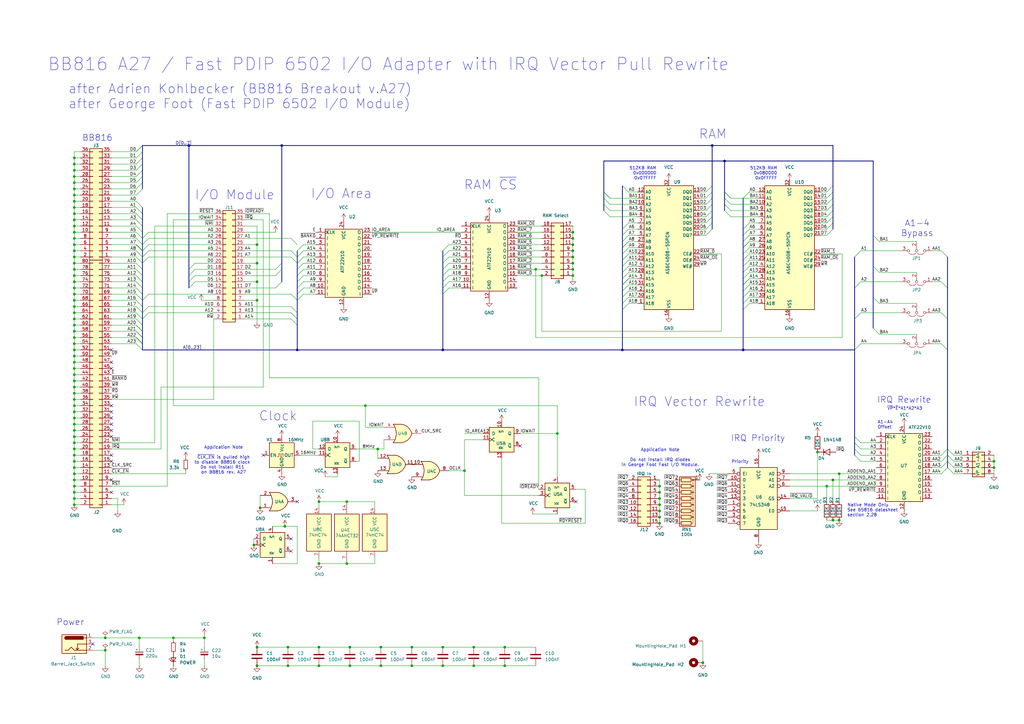
<source format=kicad_sch>
(kicad_sch (version 20250114) (generator "eeschema") (generator_version "9.0")
  (paper "A3")
  (text "RAM ~{CS}" (at 201.168 78.232 0) (effects (font (size 3.81 3.81)) (justify bottom)))
  (text "Power" (at 23.114 256.794 0) (effects (font (size 2.54 2.54)) (justify left bottom)))
  (text "I/O Module" (at 96.266 82.296 0) (effects (font (size 3.81 3.81)) (justify bottom)))
  (text "512KB RAM\n0x080000\n0x0FFFFF" (at 318.77 73.914 0) (effects (font (size 1.27 1.27)) (justify right bottom)))
  (text "512KB RAM\n0x000000\n0x07FFFF" (at 269.24 73.914 0) (effects (font (size 1.27 1.27)) (justify right bottom)))
  (text "Application Note\n\nDo not install IRQ diodes\nin George Foot Fast I/O Module." (at 270.764 187.706 0) (effects (font (size 1.27 1.27))))
  (text "IRQ Rewrite" (at 370.84 165.608 0) (effects (font (size 2.54 2.54)) (justify bottom)))
  (text "A1-4\nBypass" (at 376.174 97.282 0) (effects (font (size 2.54 2.54)) (justify bottom)))
  (text "BB816" (at 46.228 58.166 0) (effects (font (size 2.54 2.54)) (justify right bottom)))
  (text "IRQ Vector Rewrite" (at 259.842 167.132 0) (effects (font (size 3.81 3.81)) (justify left bottom)))
  (text "after Adrien Kohlbecker (BB816 Breakout v.A27)\nafter George Foot (Fast PDIP 6502 I/O Module)" (at 27.94 44.958 0) (effects (font (size 3.81 3.81)) (justify left bottom)))
  (text "Clock" (at 121.92 172.974 0) (effects (font (size 3.81 3.81)) (justify right bottom)))
  (text "~{VP}*~{E}*A1*A2*A3" (at 371.094 168.402 0) (effects (font (size 1.27 1.27)) (justify bottom)))
  (text "Priority\n" (at 299.974 190.246 0) (effects (font (size 1.27 1.27)) (justify left bottom)))
  (text "Native Mode Only\nSee 65816 datasheet \nsection 2.28" (at 347.472 212.09 0) (effects (font (size 1.27 1.27)) (justify left bottom)))
  (text "I/O Area" (at 152.654 81.788 0) (effects (font (size 3.81 3.81)) (justify right bottom)))
  (text "BB816 A27 / Fast PDIP 6502 I/O Adapter with IRQ Vector Pull Rewrite" (at 19.558 29.464 0) (effects (font (size 5.08 5.08)) (justify left bottom)))
  (text "RAM" (at 292.354 57.404 0) (effects (font (size 3.81 3.81)) (justify bottom)))
  (text "Application Note\n\n~{CLK_EN} is pulled high\nto disable BB816 clock \nDo not install R11 \non BB816 rev. A27" (at 91.694 188.722 0) (effects (font (size 1.27 1.27))))
  (text "A1-A4 \nOffset" (at 359.918 176.022 0) (effects (font (size 1.27 1.27)) (justify left bottom)))
  (text "IRQ Priority" (at 299.72 181.356 0) (effects (font (size 2.54 2.54)) (justify left bottom)))
  (junction (at 234.95 95.25))
  (junction (at 297.18 66.04))
  (junction (at 30.48 69.85))
  (junction (at 30.48 67.31))
  (junction (at 194.31 273.05))
  (junction (at 270.51 204.47))
  (junction (at 30.48 153.67))
  (junction (at 30.48 90.17))
  (junction (at 30.48 82.55))
  (junction (at 335.28 185.42))
  (junction (at 30.48 143.51))
  (junction (at 207.01 273.05))
  (junction (at 168.91 273.05))
  (junction (at 30.48 156.21))
  (junction (at 234.95 100.33))
  (junction (at 30.48 184.15))
  (junction (at 288.29 271.78))
  (junction (at 154.94 184.15))
  (junction (at 105.41 265.43))
  (junction (at 30.48 120.65))
  (junction (at 30.48 204.47))
  (junction (at 270.51 201.93))
  (junction (at 30.48 95.25))
  (junction (at 71.12 261.62))
  (junction (at 30.48 186.69))
  (junction (at 43.18 266.7))
  (junction (at 30.48 171.45))
  (junction (at 234.95 113.03))
  (junction (at 77.47 59.69))
  (junction (at 255.27 143.51))
  (junction (at 341.63 213.36))
  (junction (at 30.48 135.89))
  (junction (at 292.1 59.69))
  (junction (at 30.48 163.83))
  (junction (at 30.48 102.87))
  (junction (at 270.51 214.63))
  (junction (at 105.41 123.19))
  (junction (at 270.51 207.01))
  (junction (at 30.48 158.75))
  (junction (at 130.81 273.05))
  (junction (at 30.48 148.59))
  (junction (at 30.48 176.53))
  (junction (at 30.48 181.61))
  (junction (at 30.48 161.29))
  (junction (at 30.48 72.39))
  (junction (at 142.24 231.14))
  (junction (at 30.48 118.11))
  (junction (at 30.48 189.23))
  (junction (at 118.11 265.43))
  (junction (at 30.48 199.39))
  (junction (at 106.68 208.28))
  (junction (at 30.48 97.79))
  (junction (at 30.48 123.19))
  (junction (at 407.67 189.23))
  (junction (at 190.5 193.04))
  (junction (at 115.57 59.69))
  (junction (at 105.41 100.33))
  (junction (at 270.51 199.39))
  (junction (at 156.21 265.43))
  (junction (at 104.14 223.52))
  (junction (at 116.84 215.9))
  (junction (at 234.95 107.95))
  (junction (at 30.48 85.09))
  (junction (at 168.91 265.43))
  (junction (at 30.48 105.41))
  (junction (at 30.48 92.71))
  (junction (at 105.41 107.95))
  (junction (at 339.09 199.39))
  (junction (at 30.48 110.49))
  (junction (at 344.17 213.36))
  (junction (at 30.48 168.91))
  (junction (at 30.48 201.93))
  (junction (at 30.48 87.63))
  (junction (at 222.25 113.03))
  (junction (at 143.51 265.43))
  (junction (at 30.48 64.77))
  (junction (at 30.48 130.81))
  (junction (at 149.86 166.37))
  (junction (at 30.48 107.95))
  (junction (at 219.71 110.49))
  (junction (at 30.48 173.99))
  (junction (at 341.63 196.85))
  (junction (at 30.48 146.05))
  (junction (at 130.81 231.14))
  (junction (at 143.51 273.05))
  (junction (at 304.8 143.51))
  (junction (at 30.48 100.33))
  (junction (at 30.48 151.13))
  (junction (at 30.48 191.77))
  (junction (at 43.18 261.62))
  (junction (at 30.48 80.01))
  (junction (at 234.95 102.87))
  (junction (at 181.61 273.05))
  (junction (at 407.67 191.77))
  (junction (at 194.31 265.43))
  (junction (at 30.48 179.07))
  (junction (at 105.41 273.05))
  (junction (at 30.48 77.47))
  (junction (at 130.81 265.43))
  (junction (at 130.81 205.74))
  (junction (at 207.01 265.43))
  (junction (at 30.48 113.03))
  (junction (at 142.24 205.74))
  (junction (at 234.95 105.41))
  (junction (at 121.92 143.51))
  (junction (at 118.11 273.05))
  (junction (at 344.17 194.31))
  (junction (at 156.21 273.05))
  (junction (at 234.95 97.79))
  (junction (at 57.15 261.62))
  (junction (at 181.61 143.51))
  (junction (at 270.51 212.09))
  (junction (at 30.48 128.27))
  (junction (at 105.41 115.57))
  (junction (at 30.48 207.01))
  (junction (at 30.48 140.97))
  (junction (at 30.48 74.93))
  (junction (at 30.48 166.37))
  (junction (at 30.48 196.85))
  (junction (at 181.61 265.43))
  (junction (at 30.48 115.57))
  (junction (at 228.6 177.8))
  (junction (at 270.51 209.55))
  (junction (at 30.48 133.35))
  (junction (at 30.48 138.43))
  (junction (at 30.48 125.73))
  (junction (at 30.48 194.31))
  (junction (at 83.82 261.62))
  (junction (at 234.95 110.49))
  (no_connect (at 213.36 182.88))
  (no_connect (at 45.72 179.07))
  (no_connect (at 45.72 166.37))
  (no_connect (at 45.72 171.45))
  (no_connect (at 45.72 189.23))
  (no_connect (at 45.72 148.59))
  (no_connect (at 45.72 151.13))
  (no_connect (at 45.72 173.99))
  (no_connect (at 45.72 186.69))
  (no_connect (at 45.72 196.85))
  (no_connect (at 38.1 264.16))
  (no_connect (at 119.38 226.06))
  (no_connect (at 45.72 176.53))
  (no_connect (at 45.72 143.51))
  (no_connect (at 236.22 205.74))
  (no_connect (at 107.95 186.69))
  (no_connect (at 45.72 168.91))
  (no_connect (at 119.38 220.98))
  (no_connect (at 45.72 201.93))
  (no_connect (at 121.92 205.74))
  (bus_entry (at 304.8 116.84) (size 2.54 -2.54))
  (bus_entry (at 255.27 109.22) (size 2.54 -2.54))
  (bus_entry (at 341.63 83.82) (size -2.54 2.54))
  (bus_entry (at 304.8 104.14) (size 2.54 -2.54))
  (bus_entry (at 350.52 179.07) (size 2.54 2.54))
  (bus_entry (at 304.8 119.38) (size 2.54 -2.54))
  (bus_entry (at 58.42 110.49) (size -2.54 -2.54))
  (bus_entry (at 58.42 130.81) (size -2.54 -2.54))
  (bus_entry (at 115.57 107.95) (size -2.54 2.54))
  (bus_entry (at 297.18 78.74) (size 2.54 2.54))
  (bus_entry (at 255.27 116.84) (size 2.54 -2.54))
  (bus_entry (at 58.42 128.27) (size 2.54 -2.54))
  (bus_entry (at 77.47 115.57) (size 2.54 -2.54))
  (bus_entry (at 353.06 102.87) (size -2.54 2.54))
  (bus_entry (at 58.42 133.35) (size -2.54 -2.54))
  (bus_entry (at 58.42 128.27) (size -2.54 -2.54))
  (bus_entry (at 255.27 124.46) (size 2.54 -2.54))
  (bus_entry (at 58.42 97.79) (size -2.54 -2.54))
  (bus_entry (at 304.8 101.6) (size 2.54 -2.54))
  (bus_entry (at 58.42 138.43) (size -2.54 -2.54))
  (bus_entry (at 360.68 137.16) (size -2.54 -2.54))
  (bus_entry (at 391.16 191.77) (size -2.54 -2.54))
  (bus_entry (at 304.8 111.76) (size 2.54 -2.54))
  (bus_entry (at 58.42 97.79) (size 2.54 -2.54))
  (bus_entry (at 247.65 86.36) (size 2.54 2.54))
  (bus_entry (at 181.61 115.57) (size 2.54 -2.54))
  (bus_entry (at 58.42 100.33) (size -2.54 -2.54))
  (bus_entry (at 58.42 102.87) (size 2.54 -2.54))
  (bus_entry (at 255.27 101.6) (size 2.54 -2.54))
  (bus_entry (at 386.08 115.57) (size 2.54 2.54))
  (bus_entry (at 181.61 120.65) (size 2.54 -2.54))
  (bus_entry (at 255.27 104.14) (size 2.54 -2.54))
  (bus_entry (at 58.42 120.65) (size -2.54 -2.54))
  (bus_entry (at 292.1 83.82) (size -2.54 2.54))
  (bus_entry (at 58.42 107.95) (size 2.54 -2.54))
  (bus_entry (at 386.08 189.23) (size 2.54 -2.54))
  (bus_entry (at 58.42 92.71) (size -2.54 -2.54))
  (bus_entry (at 184.15 100.33) (size -2.54 2.54))
  (bus_entry (at 121.92 128.27) (size -2.54 -2.54))
  (bus_entry (at 58.42 59.69) (size -2.54 2.54))
  (bus_entry (at 350.52 181.61) (size 2.54 2.54))
  (bus_entry (at 391.16 189.23) (size -2.54 -2.54))
  (bus_entry (at 58.42 90.17) (size -2.54 -2.54))
  (bus_entry (at 58.42 72.39) (size -2.54 2.54))
  (bus_entry (at 121.92 123.19) (size -2.54 -2.54))
  (bus_entry (at 58.42 64.77) (size -2.54 2.54))
  (bus_entry (at 121.92 102.87) (size 2.54 -2.54))
  (bus_entry (at 255.27 127) (size 2.54 -2.54))
  (bus_entry (at 341.63 88.9) (size -2.54 2.54))
  (bus_entry (at 292.1 76.2) (size -2.54 2.54))
  (bus_entry (at 304.8 121.92) (size 2.54 -2.54))
  (bus_entry (at 58.42 107.95) (size -2.54 -2.54))
  (bus_entry (at 304.8 127) (size 2.54 -2.54))
  (bus_entry (at 341.63 81.28) (size -2.54 2.54))
  (bus_entry (at 58.42 77.47) (size -2.54 2.54))
  (bus_entry (at 386.08 186.69) (size 2.54 -2.54))
  (bus_entry (at 292.1 86.36) (size -2.54 2.54))
  (bus_entry (at 58.42 140.97) (size -2.54 -2.54))
  (bus_entry (at 292.1 91.44) (size -2.54 2.54))
  (bus_entry (at 304.8 109.22) (size 2.54 -2.54))
  (bus_entry (at 58.42 59.69) (size -2.54 2.54))
  (bus_entry (at 181.61 107.95) (size 2.54 -2.54))
  (bus_entry (at 255.27 101.6) (size 2.54 -2.54))
  (bus_entry (at 115.57 115.57) (size -2.54 2.54))
  (bus_entry (at 58.42 67.31) (size -2.54 2.54))
  (bus_entry (at 58.42 69.85) (size -2.54 2.54))
  (bus_entry (at 360.68 99.06) (size -2.54 -2.54))
  (bus_entry (at 58.42 102.87) (size -2.54 -2.54))
  (bus_entry (at 304.8 96.52) (size 2.54 -2.54))
  (bus_entry (at 292.1 88.9) (size -2.54 2.54))
  (bus_entry (at 297.18 86.36) (size 2.54 2.54))
  (bus_entry (at 58.42 115.57) (size -2.54 -2.54))
  (bus_entry (at 121.92 107.95) (size -2.54 -2.54))
  (bus_entry (at 297.18 81.28) (size 2.54 2.54))
  (bus_entry (at 341.63 91.44) (size -2.54 2.54))
  (bus_entry (at 255.27 106.68) (size 2.54 -2.54))
  (bus_entry (at 181.61 113.03) (size 2.54 -2.54))
  (bus_entry (at 58.42 62.23) (size -2.54 2.54))
  (bus_entry (at 297.18 83.82) (size 2.54 2.54))
  (bus_entry (at 58.42 123.19) (size 2.54 -2.54))
  (bus_entry (at 121.92 110.49) (size 2.54 -2.54))
  (bus_entry (at 121.92 100.33) (size -2.54 -2.54))
  (bus_entry (at 58.42 143.51) (size -2.54 -2.54))
  (bus_entry (at 255.27 96.52) (size 2.54 -2.54))
  (bus_entry (at 115.57 110.49) (size -2.54 2.54))
  (bus_entry (at 58.42 135.89) (size -2.54 -2.54))
  (bus_entry (at 391.16 186.69) (size -2.54 -2.54))
  (bus_entry (at 255.27 76.2) (size 2.54 2.54))
  (bus_entry (at 77.47 113.03) (size 2.54 -2.54))
  (bus_entry (at 304.8 81.28) (size 2.54 -2.54))
  (bus_entry (at 121.92 105.41) (size -2.54 -2.54))
  (bus_entry (at 386.08 191.77) (size 2.54 -2.54))
  (bus_entry (at 184.15 107.95) (size -2.54 2.54))
  (bus_entry (at 386.08 194.31) (size 2.54 -2.54))
  (bus_entry (at 350.52 186.69) (size 2.54 2.54))
  (bus_entry (at 121.92 105.41) (size 2.54 -2.54))
  (bus_entry (at 121.92 120.65) (size 2.54 -2.54))
  (bus_entry (at 58.42 102.87) (size -2.54 -2.54))
  (bus_entry (at 350.52 184.15) (size 2.54 2.54))
  (bus_entry (at 353.06 115.57) (size -2.54 2.54))
  (bus_entry (at 386.08 140.97) (size 2.54 2.54))
  (bus_entry (at 304.8 114.3) (size 2.54 -2.54))
  (bus_entry (at 255.27 99.06) (size 2.54 -2.54))
  (bus_entry (at 58.42 140.97) (size -2.54 -2.54))
  (bus_entry (at 292.1 78.74) (size -2.54 2.54))
  (bus_entry (at 77.47 118.11) (size 2.54 -2.54))
  (bus_entry (at 304.8 99.06) (size 2.54 -2.54))
  (bus_entry (at 58.42 95.25) (size -2.54 -2.54))
  (bus_entry (at 353.06 140.97) (size -2.54 2.54))
  (bus_entry (at 58.42 105.41) (size -2.54 -2.54))
  (bus_entry (at 121.92 115.57) (size 2.54 -2.54))
  (bus_entry (at 255.27 119.38) (size 2.54 -2.54))
  (bus_entry (at 292.1 93.98) (size -2.54 2.54))
  (bus_entry (at 255.27 114.3) (size 2.54 -2.54))
  (bus_entry (at 353.06 128.27) (size -2.54 2.54))
  (bus_entry (at 386.08 102.87) (size 2.54 2.54))
  (bus_entry (at 58.42 102.87) (size -2.54 -2.54))
  (bus_entry (at 386.08 128.27) (size 2.54 2.54))
  (bus_entry (at 58.42 102.87) (size -2.54 -2.54))
  (bus_entry (at 58.42 135.89) (size -2.54 -2.54))
  (bus_entry (at 58.42 125.73) (size -2.54 -2.54))
  (bus_entry (at 58.42 130.81) (size 2.54 -2.54))
  (bus_entry (at 121.92 113.03) (size 2.54 -2.54))
  (bus_entry (at 58.42 74.93) (size -2.54 2.54))
  (bus_entry (at 121.92 118.11) (size 2.54 -2.54))
  (bus_entry (at 360.68 124.46) (size -2.54 -2.54))
  (bus_entry (at 341.63 78.74) (size -2.54 2.54))
  (bus_entry (at 58.42 113.03) (size -2.54 -2.54))
  (bus_entry (at 58.42 105.41) (size 2.54 -2.54))
  (bus_entry (at 255.27 121.92) (size 2.54 -2.54))
  (bus_entry (at 58.42 138.43) (size -2.54 -2.54))
  (bus_entry (at 58.42 87.63) (size -2.54 -2.54))
  (bus_entry (at 341.63 86.36) (size -2.54 2.54))
  (bus_entry (at 121.92 107.95) (size 2.54 -2.54))
  (bus_entry (at 247.65 81.28) (size 2.54 2.54))
  (bus_entry (at 255.27 111.76) (size 2.54 -2.54))
  (bus_entry (at 255.27 116.84) (size 2.54 -2.54))
  (bus_entry (at 304.8 106.68) (size 2.54 -2.54))
  (bus_entry (at 247.65 78.74) (size 2.54 2.54))
  (bus_entry (at 58.42 118.11) (size -2.54 -2.54))
  (bus_entry (at 297.18 78.74) (size 2.54 2.54))
  (bus_entry (at 184.15 102.87) (size -2.54 2.54))
  (bus_entry (at 77.47 110.49) (size 2.54 -2.54))
  (bus_entry (at 247.65 78.74) (size 2.54 2.54))
  (bus_entry (at 341.63 76.2) (size -2.54 2.54))
  (bus_entry (at 304.8 93.98) (size 2.54 -2.54))
  (bus_entry (at 360.68 111.76) (size -2.54 -2.54))
  (bus_entry (at 292.1 81.28) (size -2.54 2.54))
  (bus_entry (at 304.8 124.46) (size 2.54 -2.54))
  (bus_entry (at 121.92 130.81) (size -2.54 -2.54))
  (bus_entry (at 247.65 83.82) (size 2.54 2.54))
  (bus_entry (at 181.61 118.11) (size 2.54 -2.54))
  (bus_entry (at 58.42 140.97) (size -2.54 -2.54))
  (bus_entry (at 121.92 123.19) (size 2.54 -2.54))
  (bus_entry (at 58.42 100.33) (size 2.54 -2.54))
  (bus_entry (at 341.63 93.98) (size -2.54 2.54))
  (bus_entry (at 304.8 101.6) (size 2.54 -2.54))
  (bus_entry (at 391.16 194.31) (size -2.54 -2.54))
  (bus_entry (at 58.42 123.19) (size -2.54 -2.54))
  (bus_entry (at 58.42 85.09) (size -2.54 -2.54))
  (bus_entry (at 255.27 93.98) (size 2.54 -2.54))
  (bus_entry (at 304.8 116.84) (size 2.54 -2.54))
  (bus_entry (at 121.92 133.35) (size -2.54 -2.54))
  (wire (pts (xy 345.44 104.14) (xy 336.55 104.14)))
  (wire (pts (xy 121.92 231.14) (xy 121.92 215.9)))
  (wire (pts (xy 257.81 121.92) (xy 261.62 121.92)))
  (wire (pts (xy 30.48 171.45) (xy 33.02 171.45)))
  (wire (pts (xy 339.09 199.39) (xy 359.41 199.39)))
  (wire (pts (xy 307.34 119.38) (xy 311.15 119.38)))
  (bus (pts (xy 115.57 107.95) (xy 115.57 110.49)))
  (wire (pts (xy 30.48 146.05) (xy 30.48 143.51)))
  (bus (pts (xy 115.57 59.69) (xy 115.57 107.95)))
  (bus (pts (xy 58.42 135.89) (xy 58.42 138.43)))
  (wire (pts (xy 30.48 72.39) (xy 33.02 72.39)))
  (wire (pts (xy 66.04 158.75) (xy 66.04 184.15)))
  (wire (pts (xy 30.48 140.97) (xy 30.48 138.43)))
  (wire (pts (xy 30.48 186.69) (xy 30.48 184.15)))
  (wire (pts (xy 382.27 115.57) (xy 386.08 115.57)))
  (bus (pts (xy 77.47 110.49) (xy 77.47 113.03)))
  (bus (pts (xy 388.62 130.81) (xy 388.62 143.51)))
  (wire (pts (xy 149.86 175.26) (xy 157.48 175.26)))
  (wire (pts (xy 391.16 191.77) (xy 394.97 191.77)))
  (wire (pts (xy 100.33 125.73) (xy 119.38 125.73)))
  (bus (pts (xy 121.92 118.11) (xy 121.92 120.65)))
  (bus (pts (xy 121.92 130.81) (xy 121.92 133.35)))
  (wire (pts (xy 335.28 204.47) (xy 323.85 204.47)))
  (wire (pts (xy 55.88 85.09) (xy 45.72 85.09)))
  (wire (pts (xy 184.15 110.49) (xy 189.23 110.49)))
  (wire (pts (xy 130.81 273.05) (xy 143.51 273.05)))
  (wire (pts (xy 30.48 179.07) (xy 30.48 176.53)))
  (bus (pts (xy 304.8 124.46) (xy 304.8 127)))
  (bus (pts (xy 341.63 83.82) (xy 341.63 86.36)))
  (wire (pts (xy 181.61 265.43) (xy 194.31 265.43)))
  (wire (pts (xy 55.88 90.17) (xy 45.72 90.17)))
  (bus (pts (xy 304.8 81.28) (xy 304.8 93.98)))
  (wire (pts (xy 30.48 95.25) (xy 33.02 95.25)))
  (bus (pts (xy 58.42 92.71) (xy 58.42 95.25)))
  (wire (pts (xy 100.33 105.41) (xy 119.38 105.41)))
  (wire (pts (xy 30.48 201.93) (xy 33.02 201.93)))
  (wire (pts (xy 250.19 88.9) (xy 261.62 88.9)))
  (wire (pts (xy 55.88 64.77) (xy 45.72 64.77)))
  (wire (pts (xy 30.48 171.45) (xy 30.48 168.91)))
  (wire (pts (xy 353.06 140.97) (xy 369.57 140.97)))
  (wire (pts (xy 30.48 90.17) (xy 33.02 90.17)))
  (bus (pts (xy 58.42 67.31) (xy 58.42 64.77)))
  (wire (pts (xy 30.48 95.25) (xy 30.48 92.71)))
  (wire (pts (xy 30.48 105.41) (xy 30.48 102.87)))
  (wire (pts (xy 105.41 107.95) (xy 100.33 107.95)))
  (wire (pts (xy 30.48 191.77) (xy 30.48 189.23)))
  (bus (pts (xy 341.63 86.36) (xy 341.63 88.9)))
  (wire (pts (xy 391.16 186.69) (xy 394.97 186.69)))
  (wire (pts (xy 55.88 125.73) (xy 45.72 125.73)))
  (bus (pts (xy 350.52 105.41) (xy 350.52 118.11)))
  (wire (pts (xy 55.88 140.97) (xy 45.72 140.97)))
  (wire (pts (xy 30.48 64.77) (xy 30.48 62.23)))
  (wire (pts (xy 234.95 105.41) (xy 234.95 107.95)))
  (wire (pts (xy 353.06 102.87) (xy 369.57 102.87)))
  (wire (pts (xy 100.33 92.71) (xy 105.41 92.71)))
  (bus (pts (xy 350.52 184.15) (xy 350.52 186.69)))
  (bus (pts (xy 304.8 104.14) (xy 304.8 101.6)))
  (bus (pts (xy 388.62 143.51) (xy 388.62 184.15)))
  (wire (pts (xy 133.35 195.58) (xy 138.43 195.58)))
  (wire (pts (xy 130.81 208.28) (xy 130.81 205.74)))
  (bus (pts (xy 304.8 116.84) (xy 304.8 119.38)))
  (wire (pts (xy 60.96 105.41) (xy 87.63 105.41)))
  (wire (pts (xy 45.72 80.01) (xy 55.88 80.01)))
  (wire (pts (xy 382.27 128.27) (xy 386.08 128.27)))
  (wire (pts (xy 287.02 78.74) (xy 289.56 78.74)))
  (wire (pts (xy 30.48 184.15) (xy 33.02 184.15)))
  (wire (pts (xy 30.48 199.39) (xy 30.48 196.85)))
  (wire (pts (xy 250.19 81.28) (xy 261.62 81.28)))
  (bus (pts (xy 292.1 59.69) (xy 292.1 76.2)))
  (wire (pts (xy 307.34 124.46) (xy 311.15 124.46)))
  (wire (pts (xy 30.48 158.75) (xy 33.02 158.75)))
  (wire (pts (xy 212.09 100.33) (xy 222.25 100.33)))
  (wire (pts (xy 110.49 154.94) (xy 110.49 87.63)))
  (wire (pts (xy 30.48 107.95) (xy 33.02 107.95)))
  (bus (pts (xy 255.27 127) (xy 255.27 143.51)))
  (wire (pts (xy 207.01 273.05) (xy 219.71 273.05)))
  (wire (pts (xy 30.48 181.61) (xy 33.02 181.61)))
  (bus (pts (xy 297.18 66.04) (xy 247.65 66.04)))
  (bus (pts (xy 58.42 110.49) (xy 58.42 113.03)))
  (wire (pts (xy 30.48 85.09) (xy 30.48 82.55)))
  (wire (pts (xy 110.49 87.63) (xy 100.33 87.63)))
  (bus (pts (xy 292.1 83.82) (xy 292.1 86.36)))
  (wire (pts (xy 382.27 194.31) (xy 386.08 194.31)))
  (bus (pts (xy 388.62 184.15) (xy 388.62 186.69)))
  (bus (pts (xy 77.47 59.69) (xy 115.57 59.69)))
  (bus (pts (xy 181.61 120.65) (xy 181.61 143.51)))
  (wire (pts (xy 118.11 265.43) (xy 130.81 265.43)))
  (wire (pts (xy 353.06 184.15) (xy 359.41 184.15)))
  (wire (pts (xy 30.48 186.69) (xy 33.02 186.69)))
  (wire (pts (xy 336.55 96.52) (xy 339.09 96.52)))
  (bus (pts (xy 121.92 143.51) (xy 181.61 143.51)))
  (wire (pts (xy 336.55 88.9) (xy 339.09 88.9)))
  (bus (pts (xy 255.27 104.14) (xy 255.27 101.6)))
  (wire (pts (xy 234.95 113.03) (xy 234.95 114.3)))
  (bus (pts (xy 304.8 109.22) (xy 304.8 111.76)))
  (wire (pts (xy 30.48 118.11) (xy 33.02 118.11)))
  (wire (pts (xy 190.5 203.2) (xy 190.5 193.04)))
  (wire (pts (xy 45.72 77.47) (xy 55.88 77.47)))
  (wire (pts (xy 219.71 110.49) (xy 219.71 138.43)))
  (wire (pts (xy 55.88 95.25) (xy 45.72 95.25)))
  (bus (pts (xy 58.42 90.17) (xy 58.42 87.63)))
  (wire (pts (xy 30.48 189.23) (xy 33.02 189.23)))
  (wire (pts (xy 83.82 273.05) (xy 83.82 270.51)))
  (wire (pts (xy 124.46 107.95) (xy 129.54 107.95)))
  (wire (pts (xy 353.06 181.61) (xy 359.41 181.61)))
  (bus (pts (xy 255.27 76.2) (xy 255.27 93.98)))
  (wire (pts (xy 100.33 110.49) (xy 113.03 110.49)))
  (wire (pts (xy 336.55 78.74) (xy 339.09 78.74)))
  (wire (pts (xy 30.48 62.23) (xy 33.02 62.23)))
  (wire (pts (xy 76.2 193.04) (xy 76.2 194.31)))
  (wire (pts (xy 83.82 260.35) (xy 83.82 261.62)))
  (wire (pts (xy 30.48 85.09) (xy 33.02 85.09)))
  (wire (pts (xy 184.15 193.04) (xy 190.5 193.04)))
  (wire (pts (xy 30.48 72.39) (xy 30.48 69.85)))
  (bus (pts (xy 304.8 143.51) (xy 304.8 127)))
  (wire (pts (xy 344.17 194.31) (xy 359.41 194.31)))
  (wire (pts (xy 156.21 265.43) (xy 168.91 265.43)))
  (bus (pts (xy 292.1 81.28) (xy 292.1 83.82)))
  (wire (pts (xy 30.48 163.83) (xy 33.02 163.83)))
  (wire (pts (xy 184.15 105.41) (xy 189.23 105.41)))
  (wire (pts (xy 205.74 214.63) (xy 205.74 187.96)))
  (wire (pts (xy 299.72 86.36) (xy 311.15 86.36)))
  (wire (pts (xy 30.48 82.55) (xy 30.48 80.01)))
  (bus (pts (xy 292.1 91.44) (xy 292.1 88.9)))
  (wire (pts (xy 257.81 124.46) (xy 261.62 124.46)))
  (wire (pts (xy 287.02 86.36) (xy 289.56 86.36)))
  (wire (pts (xy 307.34 96.52) (xy 311.15 96.52)))
  (wire (pts (xy 240.03 200.66) (xy 236.22 200.66)))
  (wire (pts (xy 128.27 184.15) (xy 130.81 184.15)))
  (wire (pts (xy 48.26 204.47) (xy 45.72 204.47)))
  (bus (pts (xy 388.62 118.11) (xy 388.62 130.81)))
  (wire (pts (xy 345.44 138.43) (xy 345.44 104.14)))
  (wire (pts (xy 190.5 180.34) (xy 190.5 193.04)))
  (wire (pts (xy 146.05 189.23) (xy 147.32 189.23)))
  (wire (pts (xy 100.33 102.87) (xy 119.38 102.87)))
  (wire (pts (xy 30.48 163.83) (xy 30.48 161.29)))
  (wire (pts (xy 45.72 113.03) (xy 55.88 113.03)))
  (bus (pts (xy 181.61 115.57) (xy 181.61 113.03)))
  (wire (pts (xy 30.48 120.65) (xy 33.02 120.65)))
  (wire (pts (xy 307.34 93.98) (xy 311.15 93.98)))
  (bus (pts (xy 181.61 105.41) (xy 181.61 107.95)))
  (wire (pts (xy 55.88 102.87) (xy 45.72 102.87)))
  (wire (pts (xy 153.67 205.74) (xy 153.67 208.28)))
  (wire (pts (xy 124.46 105.41) (xy 129.54 105.41)))
  (bus (pts (xy 58.42 64.77) (xy 58.42 62.23)))
  (wire (pts (xy 382.27 140.97) (xy 386.08 140.97)))
  (wire (pts (xy 43.18 266.7) (xy 43.18 273.05)))
  (wire (pts (xy 71.12 261.62) (xy 71.12 262.89)))
  (wire (pts (xy 212.09 92.71) (xy 222.25 92.71)))
  (bus (pts (xy 341.63 91.44) (xy 341.63 88.9)))
  (wire (pts (xy 287.02 104.14) (xy 295.91 104.14)))
  (wire (pts (xy 287.02 83.82) (xy 289.56 83.82)))
  (wire (pts (xy 55.88 87.63) (xy 45.72 87.63)))
  (wire (pts (xy 307.34 121.92) (xy 311.15 121.92)))
  (bus (pts (xy 255.27 104.14) (xy 255.27 106.68)))
  (wire (pts (xy 123.19 186.69) (xy 130.81 186.69)))
  (bus (pts (xy 297.18 83.82) (xy 297.18 86.36)))
  (wire (pts (xy 130.81 265.43) (xy 143.51 265.43)))
  (wire (pts (xy 30.48 148.59) (xy 33.02 148.59)))
  (wire (pts (xy 156.21 273.05) (xy 168.91 273.05)))
  (wire (pts (xy 105.41 273.05) (xy 118.11 273.05)))
  (wire (pts (xy 55.88 74.93) (xy 45.72 74.93)))
  (wire (pts (xy 55.88 120.65) (xy 45.72 120.65)))
  (wire (pts (xy 30.48 105.41) (xy 33.02 105.41)))
  (wire (pts (xy 30.48 207.01) (xy 33.02 207.01)))
  (wire (pts (xy 336.55 81.28) (xy 339.09 81.28)))
  (wire (pts (xy 55.88 133.35) (xy 45.72 133.35)))
  (wire (pts (xy 353.06 186.69) (xy 359.41 186.69)))
  (bus (pts (xy 58.42 128.27) (xy 58.42 130.81)))
  (wire (pts (xy 30.48 97.79) (xy 30.48 95.25)))
  (wire (pts (xy 382.27 102.87) (xy 386.08 102.87)))
  (bus (pts (xy 58.42 125.73) (xy 58.42 123.19)))
  (wire (pts (xy 80.01 107.95) (xy 87.63 107.95)))
  (wire (pts (xy 190.5 180.34) (xy 198.12 180.34)))
  (wire (pts (xy 257.81 104.14) (xy 261.62 104.14)))
  (bus (pts (xy 121.92 107.95) (xy 121.92 110.49)))
  (wire (pts (xy 60.96 128.27) (xy 87.63 128.27)))
  (wire (pts (xy 288.29 262.89) (xy 288.29 271.78)))
  (wire (pts (xy 30.48 166.37) (xy 33.02 166.37)))
  (wire (pts (xy 105.41 265.43) (xy 118.11 265.43)))
  (wire (pts (xy 124.46 115.57) (xy 129.54 115.57)))
  (wire (pts (xy 218.44 210.82) (xy 228.6 210.82)))
  (wire (pts (xy 55.88 115.57) (xy 45.72 115.57)))
  (bus (pts (xy 297.18 81.28) (xy 297.18 83.82)))
  (bus (pts (xy 58.42 123.19) (xy 58.42 120.65)))
  (wire (pts (xy 407.67 194.31) (xy 407.67 191.77)))
  (wire (pts (xy 30.48 168.91) (xy 33.02 168.91)))
  (wire (pts (xy 100.33 123.19) (xy 105.41 123.19)))
  (wire (pts (xy 55.88 69.85) (xy 45.72 69.85)))
  (wire (pts (xy 353.06 128.27) (xy 369.57 128.27)))
  (wire (pts (xy 382.27 186.69) (xy 386.08 186.69)))
  (wire (pts (xy 30.48 102.87) (xy 33.02 102.87)))
  (bus (pts (xy 247.65 66.04) (xy 247.65 78.74)))
  (wire (pts (xy 353.06 115.57) (xy 369.57 115.57)))
  (wire (pts (xy 212.09 105.41) (xy 222.25 105.41)))
  (wire (pts (xy 30.48 102.87) (xy 30.48 100.33)))
  (wire (pts (xy 154.94 184.15) (xy 154.94 187.96)))
  (bus (pts (xy 77.47 59.69) (xy 77.47 110.49)))
  (bus (pts (xy 292.1 59.69) (xy 341.63 59.69)))
  (bus (pts (xy 115.57 110.49) (xy 115.57 115.57)))
  (wire (pts (xy 336.55 91.44) (xy 339.09 91.44)))
  (bus (pts (xy 247.65 83.82) (xy 247.65 86.36)))
  (bus (pts (xy 304.8 99.06) (xy 304.8 101.6)))
  (wire (pts (xy 270.51 201.93) (xy 270.51 199.39)))
  (wire (pts (xy 30.48 173.99) (xy 33.02 173.99)))
  (wire (pts (xy 30.48 67.31) (xy 33.02 67.31)))
  (bus (pts (xy 341.63 81.28) (xy 341.63 83.82)))
  (wire (pts (xy 234.95 102.87) (xy 234.95 105.41)))
  (wire (pts (xy 212.09 95.25) (xy 222.25 95.25)))
  (wire (pts (xy 105.41 100.33) (xy 105.41 107.95)))
  (bus (pts (xy 115.57 59.69) (xy 292.1 59.69)))
  (bus (pts (xy 292.1 86.36) (xy 292.1 88.9)))
  (bus (pts (xy 350.52 118.11) (xy 350.52 130.81)))
  (bus (pts (xy 255.27 96.52) (xy 255.27 93.98)))
  (wire (pts (xy 55.88 128.27) (xy 45.72 128.27)))
  (wire (pts (xy 30.48 120.65) (xy 30.48 118.11)))
  (wire (pts (xy 30.48 151.13) (xy 30.48 148.59)))
  (wire (pts (xy 170.18 190.5) (xy 168.91 190.5)))
  (wire (pts (xy 190.5 203.2) (xy 220.98 203.2)))
  (wire (pts (xy 63.5 181.61) (xy 63.5 92.71)))
  (wire (pts (xy 30.48 199.39) (xy 33.02 199.39)))
  (bus (pts (xy 58.42 113.03) (xy 58.42 115.57)))
  (wire (pts (xy 391.16 189.23) (xy 394.97 189.23)))
  (bus (pts (xy 181.61 118.11) (xy 181.61 115.57)))
  (wire (pts (xy 30.48 201.93) (xy 30.48 199.39)))
  (bus (pts (xy 350.52 130.81) (xy 350.52 143.51)))
  (bus (pts (xy 121.92 113.03) (xy 121.92 115.57)))
  (wire (pts (xy 184.15 102.87) (xy 189.23 102.87)))
  (wire (pts (xy 45.72 107.95) (xy 55.88 107.95)))
  (wire (pts (xy 66.04 184.15) (xy 45.72 184.15)))
  (wire (pts (xy 353.06 189.23) (xy 359.41 189.23)))
  (bus (pts (xy 304.8 114.3) (xy 304.8 116.84)))
  (bus (pts (xy 358.14 66.04) (xy 297.18 66.04)))
  (wire (pts (xy 45.72 97.79) (xy 55.88 97.79)))
  (wire (pts (xy 30.48 125.73) (xy 30.48 123.19)))
  (wire (pts (xy 146.05 184.15) (xy 154.94 184.15)))
  (wire (pts (xy 30.48 184.15) (xy 30.48 181.61)))
  (wire (pts (xy 152.4 95.25) (xy 189.23 95.25)))
  (bus (pts (xy 388.62 105.41) (xy 388.62 118.11)))
  (bus (pts (xy 58.42 118.11) (xy 58.42 115.57)))
  (wire (pts (xy 30.48 179.07) (xy 33.02 179.07)))
  (bus (pts (xy 58.42 59.69) (xy 77.47 59.69)))
  (wire (pts (xy 205.74 214.63) (xy 240.03 214.63)))
  (wire (pts (xy 184.15 107.95) (xy 189.23 107.95)))
  (wire (pts (xy 105.41 123.19) (xy 105.41 132.08)))
  (wire (pts (xy 30.48 156.21) (xy 33.02 156.21)))
  (wire (pts (xy 30.48 176.53) (xy 30.48 173.99)))
  (wire (pts (xy 30.48 194.31) (xy 33.02 194.31)))
  (wire (pts (xy 30.48 130.81) (xy 30.48 128.27)))
  (wire (pts (xy 105.41 115.57) (xy 105.41 107.95)))
  (wire (pts (xy 111.76 231.14) (xy 121.92 231.14)))
  (wire (pts (xy 71.12 90.17) (xy 71.12 166.37)))
  (wire (pts (xy 105.41 92.71) (xy 105.41 100.33)))
  (wire (pts (xy 124.46 102.87) (xy 129.54 102.87)))
  (bus (pts (xy 255.27 124.46) (xy 255.27 127)))
  (wire (pts (xy 212.09 97.79) (xy 222.25 97.79)))
  (wire (pts (xy 157.48 184.15) (xy 154.94 184.15)))
  (wire (pts (xy 55.88 138.43) (xy 45.72 138.43)))
  (bus (pts (xy 58.42 90.17) (xy 58.42 92.71)))
  (wire (pts (xy 307.34 106.68) (xy 311.15 106.68)))
  (wire (pts (xy 100.33 118.11) (xy 113.03 118.11)))
  (bus (pts (xy 255.27 116.84) (xy 255.27 119.38)))
  (bus (pts (xy 304.8 99.06) (xy 304.8 96.52)))
  (wire (pts (xy 307.34 116.84) (xy 311.15 116.84)))
  (wire (pts (xy 63.5 92.71) (xy 87.63 92.71)))
  (wire (pts (xy 45.72 62.23) (xy 55.88 62.23)))
  (wire (pts (xy 30.48 161.29) (xy 30.48 158.75)))
  (wire (pts (xy 212.09 113.03) (xy 222.25 113.03)))
  (bus (pts (xy 341.63 59.69) (xy 341.63 76.2)))
  (wire (pts (xy 30.48 123.19) (xy 33.02 123.19)))
  (wire (pts (xy 341.63 213.36) (xy 344.17 213.36)))
  (wire (pts (xy 194.31 265.43) (xy 207.01 265.43)))
  (wire (pts (xy 130.81 228.6) (xy 130.81 231.14)))
  (wire (pts (xy 30.48 110.49) (xy 33.02 110.49)))
  (wire (pts (xy 30.48 138.43) (xy 30.48 135.89)))
  (wire (pts (xy 71.12 166.37) (xy 149.86 166.37)))
  (wire (pts (xy 149.86 166.37) (xy 149.86 175.26)))
  (bus (pts (xy 358.14 96.52) (xy 358.14 109.22)))
  (wire (pts (xy 336.55 86.36) (xy 339.09 86.36)))
  (wire (pts (xy 55.88 72.39) (xy 45.72 72.39)))
  (wire (pts (xy 335.28 209.55) (xy 323.85 209.55)))
  (wire (pts (xy 257.81 101.6) (xy 261.62 101.6)))
  (bus (pts (xy 388.62 186.69) (xy 388.62 189.23)))
  (wire (pts (xy 228.6 166.37) (xy 228.6 177.8)))
  (wire (pts (xy 124.46 100.33) (xy 129.54 100.33)))
  (wire (pts (xy 234.95 107.95) (xy 234.95 110.49)))
  (wire (pts (xy 168.91 265.43) (xy 181.61 265.43)))
  (wire (pts (xy 100.33 90.17) (xy 107.95 90.17)))
  (wire (pts (xy 30.48 133.35) (xy 30.48 130.81)))
  (wire (pts (xy 100.33 128.27) (xy 119.38 128.27)))
  (wire (pts (xy 270.51 204.47) (xy 270.51 201.93)))
  (wire (pts (xy 30.48 87.63) (xy 33.02 87.63)))
  (wire (pts (xy 220.98 154.94) (xy 110.49 154.94)))
  (wire (pts (xy 219.71 138.43) (xy 345.44 138.43)))
  (bus (pts (xy 58.42 74.93) (xy 58.42 77.47)))
  (wire (pts (xy 57.15 273.05) (xy 57.15 270.51)))
  (wire (pts (xy 270.51 212.09) (xy 270.51 209.55)))
  (wire (pts (xy 55.88 135.89) (xy 45.72 135.89)))
  (wire (pts (xy 143.51 265.43) (xy 156.21 265.43)))
  (bus (pts (xy 58.42 120.65) (xy 58.42 118.11)))
  (bus (pts (xy 181.61 118.11) (xy 181.61 120.65)))
  (wire (pts (xy 30.48 80.01) (xy 30.48 77.47)))
  (wire (pts (xy 71.12 261.62) (xy 83.82 261.62)))
  (wire (pts (xy 30.48 135.89) (xy 30.48 133.35)))
  (wire (pts (xy 295.91 135.89) (xy 295.91 104.14)))
  (bus (pts (xy 297.18 78.74) (xy 297.18 81.28)))
  (wire (pts (xy 307.34 99.06) (xy 311.15 99.06)))
  (wire (pts (xy 106.68 203.2) (xy 106.68 208.28)))
  (wire (pts (xy 121.92 215.9) (xy 116.84 215.9)))
  (wire (pts (xy 30.48 82.55) (xy 33.02 82.55)))
  (wire (pts (xy 257.81 109.22) (xy 261.62 109.22)))
  (bus (pts (xy 121.92 105.41) (xy 121.92 102.87)))
  (wire (pts (xy 30.48 176.53) (xy 33.02 176.53)))
  (wire (pts (xy 153.67 228.6) (xy 153.67 231.14)))
  (wire (pts (xy 30.48 69.85) (xy 30.48 67.31)))
  (wire (pts (xy 339.09 213.36) (xy 341.63 213.36)))
  (wire (pts (xy 55.88 105.41) (xy 45.72 105.41)))
  (wire (pts (xy 407.67 189.23) (xy 407.67 186.69)))
  (wire (pts (xy 257.81 111.76) (xy 261.62 111.76)))
  (wire (pts (xy 257.81 99.06) (xy 261.62 99.06)))
  (wire (pts (xy 234.95 97.79) (xy 234.95 100.33)))
  (bus (pts (xy 255.27 114.3) (xy 255.27 116.84)))
  (bus (pts (xy 58.42 102.87) (xy 58.42 105.41)))
  (wire (pts (xy 57.15 261.62) (xy 71.12 261.62)))
  (wire (pts (xy 30.48 166.37) (xy 30.48 163.83)))
  (wire (pts (xy 257.81 116.84) (xy 261.62 116.84)))
  (wire (pts (xy 105.41 100.33) (xy 100.33 100.33)))
  (bus (pts (xy 77.47 115.57) (xy 77.47 118.11)))
  (wire (pts (xy 30.48 107.95) (xy 30.48 105.41)))
  (bus (pts (xy 77.47 113.03) (xy 77.47 115.57)))
  (bus (pts (xy 341.63 76.2) (xy 341.63 78.74)))
  (wire (pts (xy 184.15 118.11) (xy 189.23 118.11)))
  (wire (pts (xy 181.61 273.05) (xy 194.31 273.05)))
  (wire (pts (xy 30.48 113.03) (xy 30.48 110.49)))
  (bus (pts (xy 58.42 107.95) (xy 58.42 110.49)))
  (wire (pts (xy 287.02 88.9) (xy 289.56 88.9)))
  (wire (pts (xy 30.48 64.77) (xy 33.02 64.77)))
  (wire (pts (xy 360.68 99.06) (xy 375.92 99.06)))
  (bus (pts (xy 247.65 81.28) (xy 247.65 83.82)))
  (wire (pts (xy 116.84 215.9) (xy 111.76 215.9)))
  (wire (pts (xy 30.48 90.17) (xy 30.48 87.63)))
  (wire (pts (xy 30.48 189.23) (xy 30.48 186.69)))
  (wire (pts (xy 80.01 110.49) (xy 87.63 110.49)))
  (wire (pts (xy 30.48 100.33) (xy 33.02 100.33)))
  (wire (pts (xy 30.48 173.99) (xy 30.48 171.45)))
  (bus (pts (xy 181.61 102.87) (xy 181.61 105.41)))
  (wire (pts (xy 194.31 273.05) (xy 207.01 273.05)))
  (wire (pts (xy 87.63 130.81) (xy 87.63 163.83)))
  (wire (pts (xy 336.55 93.98) (xy 339.09 93.98)))
  (wire (pts (xy 118.11 273.05) (xy 130.81 273.05)))
  (bus (pts (xy 58.42 143.51) (xy 121.92 143.51)))
  (wire (pts (xy 184.15 115.57) (xy 189.23 115.57)))
  (wire (pts (xy 100.33 97.79) (xy 119.38 97.79)))
  (wire (pts (xy 30.48 118.11) (xy 30.48 115.57)))
  (wire (pts (xy 213.36 177.8) (xy 228.6 177.8)))
  (wire (pts (xy 30.48 74.93) (xy 30.48 72.39)))
  (wire (pts (xy 124.46 110.49) (xy 129.54 110.49)))
  (wire (pts (xy 30.48 153.67) (xy 33.02 153.67)))
  (wire (pts (xy 60.96 100.33) (xy 87.63 100.33)))
  (wire (pts (xy 60.96 120.65) (xy 87.63 120.65)))
  (wire (pts (xy 147.32 172.72) (xy 128.27 172.72)))
  (wire (pts (xy 184.15 113.03) (xy 189.23 113.03)))
  (wire (pts (xy 30.48 92.71) (xy 33.02 92.71)))
  (wire (pts (xy 138.43 195.58) (xy 138.43 194.31)))
  (wire (pts (xy 30.48 125.73) (xy 33.02 125.73)))
  (wire (pts (xy 30.48 67.31) (xy 30.48 64.77)))
  (wire (pts (xy 107.95 158.75) (xy 66.04 158.75)))
  (wire (pts (xy 87.63 90.17) (xy 71.12 90.17)))
  (wire (pts (xy 257.81 106.68) (xy 261.62 106.68)))
  (wire (pts (xy 270.51 209.55) (xy 270.51 207.01)))
  (wire (pts (xy 270.51 199.39) (xy 270.51 196.85)))
  (wire (pts (xy 157.48 180.34) (xy 157.48 184.15)))
  (wire (pts (xy 30.48 207.01) (xy 30.48 204.47)))
  (wire (pts (xy 30.48 113.03) (xy 33.02 113.03)))
  (wire (pts (xy 257.81 78.74) (xy 261.62 78.74)))
  (wire (pts (xy 55.88 110.49) (xy 45.72 110.49)))
  (wire (pts (xy 307.34 91.44) (xy 311.15 91.44)))
  (wire (pts (xy 43.18 261.62) (xy 57.15 261.62)))
  (wire (pts (xy 45.72 181.61) (xy 63.5 181.61)))
  (wire (pts (xy 87.63 87.63) (xy 68.58 87.63)))
  (wire (pts (xy 100.33 120.65) (xy 119.38 120.65)))
  (wire (pts (xy 168.91 273.05) (xy 181.61 273.05)))
  (wire (pts (xy 307.34 111.76) (xy 311.15 111.76)))
  (wire (pts (xy 257.81 114.3) (xy 261.62 114.3)))
  (wire (pts (xy 30.48 97.79) (xy 33.02 97.79)))
  (wire (pts (xy 105.41 115.57) (xy 100.33 115.57)))
  (wire (pts (xy 60.96 95.25) (xy 87.63 95.25)))
  (bus (pts (xy 255.27 111.76) (xy 255.27 114.3)))
  (wire (pts (xy 341.63 196.85) (xy 359.41 196.85)))
  (wire (pts (xy 250.19 83.82) (xy 261.62 83.82)))
  (wire (pts (xy 30.48 194.31) (xy 30.48 191.77)))
  (wire (pts (xy 30.48 196.85) (xy 30.48 194.31)))
  (bus (pts (xy 304.8 96.52) (xy 304.8 93.98)))
  (bus (pts (xy 350.52 181.61) (xy 350.52 184.15)))
  (wire (pts (xy 339.09 199.39) (xy 339.09 205.74)))
  (bus (pts (xy 121.92 133.35) (xy 121.92 143.51)))
  (bus (pts (xy 304.8 106.68) (xy 304.8 109.22)))
  (wire (pts (xy 30.48 143.51) (xy 30.48 140.97)))
  (bus (pts (xy 58.42 100.33) (xy 58.42 102.87)))
  (wire (pts (xy 100.33 95.25) (xy 113.03 95.25)))
  (wire (pts (xy 43.18 266.7) (xy 38.1 266.7)))
  (wire (pts (xy 307.34 78.74) (xy 311.15 78.74)))
  (wire (pts (xy 270.51 214.63) (xy 270.51 212.09)))
  (wire (pts (xy 147.32 189.23) (xy 147.32 172.72)))
  (wire (pts (xy 228.6 195.58) (xy 228.6 177.8)))
  (wire (pts (xy 68.58 87.63) (xy 68.58 199.39)))
  (bus (pts (xy 255.27 99.06) (xy 255.27 101.6)))
  (bus (pts (xy 341.63 93.98) (xy 341.63 91.44)))
  (wire (pts (xy 360.68 111.76) (xy 375.92 111.76)))
  (bus (pts (xy 58.42 69.85) (xy 58.42 67.31)))
  (wire (pts (xy 234.95 110.49) (xy 234.95 113.03)))
  (bus (pts (xy 58.42 138.43) (xy 58.42 140.97)))
  (wire (pts (xy 307.34 114.3) (xy 311.15 114.3)))
  (wire (pts (xy 60.96 102.87) (xy 87.63 102.87)))
  (bus (pts (xy 58.42 85.09) (xy 58.42 87.63)))
  (bus (pts (xy 121.92 110.49) (xy 121.92 113.03)))
  (wire (pts (xy 30.48 146.05) (xy 33.02 146.05)))
  (bus (pts (xy 255.27 121.92) (xy 255.27 124.46)))
  (bus (pts (xy 292.1 78.74) (xy 292.1 81.28)))
  (wire (pts (xy 257.81 119.38) (xy 261.62 119.38)))
  (bus (pts (xy 304.8 104.14) (xy 304.8 106.68)))
  (wire (pts (xy 38.1 261.62) (xy 43.18 261.62)))
  (wire (pts (xy 270.51 207.01) (xy 270.51 204.47)))
  (wire (pts (xy 55.88 123.19) (xy 45.72 123.19)))
  (wire (pts (xy 407.67 191.77) (xy 407.67 189.23)))
  (wire (pts (xy 344.17 205.74) (xy 344.17 194.31)))
  (wire (pts (xy 104.14 220.98) (xy 104.14 223.52)))
  (bus (pts (xy 181.61 113.03) (xy 181.61 110.49)))
  (wire (pts (xy 299.72 81.28) (xy 304.8 81.28)))
  (wire (pts (xy 30.48 151.13) (xy 33.02 151.13)))
  (bus (pts (xy 58.42 100.33) (xy 58.42 97.79)))
  (bus (pts (xy 247.65 78.74) (xy 247.65 81.28)))
  (wire (pts (xy 130.81 205.74) (xy 142.24 205.74)))
  (wire (pts (xy 124.46 120.65) (xy 129.54 120.65)))
  (wire (pts (xy 382.27 189.23) (xy 386.08 189.23)))
  (wire (pts (xy 60.96 125.73) (xy 87.63 125.73)))
  (wire (pts (xy 360.68 124.46) (xy 375.92 124.46)))
  (wire (pts (xy 153.67 205.74) (xy 142.24 205.74)))
  (bus (pts (xy 121.92 115.57) (xy 121.92 118.11)))
  (wire (pts (xy 130.81 231.14) (xy 142.24 231.14)))
  (wire (pts (xy 30.48 138.43) (xy 33.02 138.43)))
  (wire (pts (xy 55.88 118.11) (xy 45.72 118.11)))
  (wire (pts (xy 341.63 196.85) (xy 341.63 205.74)))
  (wire (pts (xy 307.34 109.22) (xy 311.15 109.22)))
  (wire (pts (xy 30.48 143.51) (xy 33.02 143.51)))
  (wire (pts (xy 30.48 196.85) (xy 33.02 196.85)))
  (wire (pts (xy 207.01 265.43) (xy 219.71 265.43)))
  (wire (pts (xy 30.48 168.91) (xy 30.48 166.37)))
  (wire (pts (xy 30.48 133.35) (xy 33.02 133.35)))
  (wire (pts (xy 82.55 123.19) (xy 87.63 123.19)))
  (wire (pts (xy 391.16 194.31) (xy 394.97 194.31)))
  (bus (pts (xy 181.61 107.95) (xy 181.61 110.49)))
  (wire (pts (xy 57.15 265.43) (xy 57.15 261.62)))
  (bus (pts (xy 292.1 76.2) (xy 292.1 78.74)))
  (bus (pts (xy 255.27 109.22) (xy 255.27 111.76)))
  (wire (pts (xy 234.95 95.25) (xy 234.95 97.79)))
  (wire (pts (xy 257.81 93.98) (xy 261.62 93.98)))
  (wire (pts (xy 287.02 91.44) (xy 289.56 91.44)))
  (wire (pts (xy 68.58 199.39) (xy 45.72 199.39)))
  (bus (pts (xy 58.42 62.23) (xy 58.42 59.69)))
  (bus (pts (xy 58.42 97.79) (xy 58.42 95.25)))
  (wire (pts (xy 220.98 200.66) (xy 220.98 154.94)))
  (wire (pts (xy 30.48 128.27) (xy 33.02 128.27)))
  (bus (pts (xy 58.42 130.81) (xy 58.42 133.35)))
  (wire (pts (xy 30.48 181.61) (xy 30.48 179.07)))
  (bus (pts (xy 255.27 119.38) (xy 255.27 121.92)))
  (bus (pts (xy 304.8 143.51) (xy 350.52 143.51)))
  (wire (pts (xy 80.01 115.57) (xy 87.63 115.57)))
  (wire (pts (xy 55.88 67.31) (xy 45.72 67.31)))
  (wire (pts (xy 30.48 77.47) (xy 30.48 74.93)))
  (wire (pts (xy 219.71 110.49) (xy 222.25 110.49)))
  (wire (pts (xy 50.8 207.01) (xy 45.72 207.01)))
  (wire (pts (xy 30.48 191.77) (xy 33.02 191.77)))
  (wire (pts (xy 336.55 83.82) (xy 339.09 83.82)))
  (wire (pts (xy 234.95 92.71) (xy 234.95 95.25)))
  (wire (pts (xy 30.48 156.21) (xy 30.48 153.67)))
  (wire (pts (xy 30.48 148.59) (xy 30.48 146.05)))
  (bus (pts (xy 358.14 134.62) (xy 358.14 121.92)))
  (wire (pts (xy 222.25 135.89) (xy 295.91 135.89)))
  (wire (pts (xy 323.85 194.31) (xy 344.17 194.31)))
  (wire (pts (xy 30.48 74.93) (xy 33.02 74.93)))
  (wire (pts (xy 257.81 96.52) (xy 261.62 96.52)))
  (wire (pts (xy 323.85 199.39) (xy 339.09 199.39)))
  (wire (pts (xy 250.19 86.36) (xy 261.62 86.36)))
  (bus (pts (xy 58.42 128.27) (xy 58.42 125.73)))
  (wire (pts (xy 30.48 87.63) (xy 30.48 85.09)))
  (wire (pts (xy 228.6 166.37) (xy 149.86 166.37)))
  (wire (pts (xy 76.2 194.31) (xy 45.72 194.31)))
  (bus (pts (xy 58.42 140.97) (xy 58.42 143.51)))
  (wire (pts (xy 30.48 153.67) (xy 30.48 151.13)))
  (wire (pts (xy 287.02 81.28) (xy 289.56 81.28)))
  (wire (pts (xy 30.48 100.33) (xy 30.48 97.79)))
  (bus (pts (xy 292.1 93.98) (xy 292.1 91.44)))
  (bus (pts (xy 304.8 119.38) (xy 304.8 121.92)))
  (bus (pts (xy 121.92 107.95) (xy 121.92 105.41)))
  (wire (pts (xy 80.01 113.03) (xy 87.63 113.03)))
  (wire (pts (xy 304.8 81.28) (xy 311.15 81.28)))
  (bus (pts (xy 350.52 179.07) (xy 350.52 181.61)))
  (wire (pts (xy 190.5 177.8) (xy 198.12 177.8)))
  (wire (pts (xy 287.02 96.52) (xy 289.56 96.52)))
  (bus (pts (xy 341.63 78.74) (xy 341.63 81.28)))
  (wire (pts (xy 143.51 273.05) (xy 156.21 273.05)))
  (wire (pts (xy 30.48 115.57) (xy 30.48 113.03)))
  (wire (pts (xy 335.28 185.42) (xy 335.28 204.47)))
  (wire (pts (xy 323.85 196.85) (xy 341.63 196.85)))
  (wire (pts (xy 299.72 88.9) (xy 311.15 88.9)))
  (wire (pts (xy 105.41 123.19) (xy 105.41 115.57)))
  (wire (pts (xy 48.26 209.55) (xy 48.26 204.47)))
  (bus (pts (xy 58.42 105.41) (xy 58.42 107.95)))
  (bus (pts (xy 58.42 72.39) (xy 58.42 74.93)))
  (wire (pts (xy 290.83 194.31) (xy 298.45 194.31)))
  (wire (pts (xy 30.48 135.89) (xy 33.02 135.89)))
  (wire (pts (xy 30.48 158.75) (xy 30.48 156.21)))
  (bus (pts (xy 58.42 133.35) (xy 58.42 135.89)))
  (wire (pts (xy 30.48 69.85) (xy 33.02 69.85)))
  (wire (pts (xy 30.48 110.49) (xy 30.48 107.95)))
  (wire (pts (xy 45.72 92.71) (xy 55.88 92.71)))
  (wire (pts (xy 30.48 204.47) (xy 30.48 201.93)))
  (wire (pts (xy 360.68 137.16) (xy 375.92 137.16)))
  (wire (pts (xy 30.48 140.97) (xy 33.02 140.97)))
  (wire (pts (xy 257.81 91.44) (xy 261.62 91.44)))
  (wire (pts (xy 107.95 90.17) (xy 107.95 158.75)))
  (wire (pts (xy 100.33 130.81) (xy 119.38 130.81)))
  (wire (pts (xy 30.48 130.81) (xy 33.02 130.81)))
  (bus (pts (xy 358.14 96.52) (xy 358.14 66.04)))
  (wire (pts (xy 240.03 214.63) (xy 240.03 200.66)))
  (bus (pts (xy 304.8 121.92) (xy 304.8 124.46)))
  (wire (pts (xy 184.15 100.33) (xy 189.23 100.33)))
  (wire (pts (xy 212.09 102.87) (xy 222.25 102.87)))
  (wire (pts (xy 30.48 115.57) (xy 33.02 115.57)))
  (wire (pts (xy 234.95 100.33) (xy 234.95 102.87)))
  (wire (pts (xy 83.82 261.62) (xy 83.82 265.43)))
  (bus (pts (xy 58.42 72.39) (xy 58.42 69.85)))
  (wire (pts (xy 222.25 113.03) (xy 222.25 135.89)))
  (bus (pts (xy 297.18 66.04) (xy 297.18 78.74)))
  (bus (pts (xy 304.8 111.76) (xy 304.8 114.3)))
  (wire (pts (xy 212.09 107.95) (xy 222.25 107.95)))
  (wire (pts (xy 30.48 80.01) (xy 33.02 80.01)))
  (wire (pts (xy 30.48 128.27) (xy 30.48 125.73)))
  (wire (pts (xy 307.34 101.6) (xy 311.15 101.6)))
  (wire (pts (xy 212.09 110.49) (xy 219.71 110.49)))
  (bus (pts (xy 255.27 143.51) (xy 304.8 143.51)))
  (bus (pts (xy 255.27 106.68) (xy 255.27 109.22)))
  (wire (pts (xy 30.48 123.19) (xy 30.48 120.65)))
  (wire (pts (xy 100.33 113.03) (xy 113.03 113.03)))
  (wire (pts (xy 124.46 118.11) (xy 129.54 118.11)))
  (bus (pts (xy 121.92 128.27) (xy 121.92 130.81)))
  (bus (pts (xy 121.92 123.19) (xy 121.92 128.27)))
  (wire (pts (xy 142.24 231.14) (xy 153.67 231.14)))
  (bus (pts (xy 358.14 121.92) (xy 358.14 109.22)))
  (wire (pts (xy 30.48 77.47) (xy 33.02 77.47)))
  (wire (pts (xy 382.27 191.77) (xy 386.08 191.77)))
  (wire (pts (xy 60.96 97.79) (xy 87.63 97.79)))
  (wire (pts (xy 307.34 104.14) (xy 311.15 104.14)))
  (bus (pts (xy 121.92 120.65) (xy 121.92 123.19)))
  (wire (pts (xy 128.27 172.72) (xy 128.27 184.15)))
  (wire (pts (xy 45.72 82.55) (xy 55.88 82.55)))
  (wire (pts (xy 299.72 83.82) (xy 311.15 83.82)))
  (wire (pts (xy 30.48 92.71) (xy 30.48 90.17)))
  (wire (pts (xy 30.48 204.47) (xy 33.02 204.47)))
  (bus (pts (xy 255.27 99.06) (xy 255.27 96.52)))
  (bus (pts (xy 181.61 143.51) (xy 255.27 143.51)))
  (wire (pts (xy 55.88 130.81) (xy 45.72 130.81)))
  (bus (pts (xy 388.62 189.23) (xy 388.62 191.77)))
  (wire (pts (xy 124.46 113.03) (xy 129.54 113.03)))
  (wire (pts (xy 287.02 93.98) (xy 289.56 93.98)))
  (bus (pts (xy 350.52 143.51) (xy 350.52 179.07)))
  (wire (pts (xy 30.48 161.29) (xy 33.02 161.29)))
  (wire (pts (xy 87.63 163.83) (xy 45.72 163.83)))
  (wire (pts (xy 55.88 100.33) (xy 45.72 100.33)))
  (label "A16" (at 307.34 119.38 0))
  (label "~{IOREADY}" (at 220.98 200.66 180))
  (label "~{NMI}" (at 87.63 92.71 180))
  (label "D1" (at 55.88 64.77 180))
  (label "A1" (at 355.6 102.87 180))
  (label "A19" (at 189.23 110.49 180))
  (label "A2" (at 355.6 115.57 180))
  (label "A17" (at 307.34 121.92 0))
  (label "A4" (at 55.88 92.71 180))
  (label "R~{W}" (at 45.72 163.83 0))
  (label "IOWAIT" (at 213.36 177.8 0))
  (label "~{RST}" (at 45.72 199.39 0))
  (label "A1" (at 100.33 97.79 0))
  (label "~{RAM_1}" (at 336.55 104.14 0))
  (label "~{IRQ0}" (at 257.81 214.63 180))
  (label "~{IRQ0}" (at 298.45 207.01 180))
  (label "IO_AREA" (at 186.69 95.25 180))
  (label "16MHz" (at 123.19 186.69 0))
  (label "A13" (at 129.54 105.41 180))
  (label "~{VP_REWRITE}" (at 152.4 97.79 0))
  (label "A3" (at 55.88 90.17 180))
  (label "A7" (at 100.33 105.41 0))
  (label "D4" (at 100.33 113.03 0))
  (label "A8" (at 307.34 99.06 0))
  (label "A4" (at 100.33 102.87 0))
  (label "~{IRQ6}" (at 257.81 199.39 180))
  (label "D7" (at 55.88 80.01 180))
  (label "~{VP}" (at 45.72 146.05 0))
  (label "D6" (at 287.02 93.98 0))
  (label "D7" (at 287.02 96.52 0))
  (label "D0" (at 55.88 62.23 180))
  (label "~{RAM_5}" (at 212.09 100.33 0))
  (label "BA1" (at 360.68 99.06 0))
  (label "DCLK" (at 184.15 193.04 0))
  (label "A0" (at 55.88 82.55 180))
  (label "~{IRQ6}" (at 276.86 199.39 180))
  (label "D0" (at 336.55 78.74 0))
  (label "A11" (at 100.33 125.73 0))
  (label "AA2" (at 394.97 189.23 180))
  (label "A1" (at 359.41 189.23 180))
  (label "A3" (at 355.6 128.27 180))
  (label "D3" (at 336.55 86.36 0))
  (label "A20" (at 55.88 133.35 180))
  (label "BA2" (at 261.62 83.82 180))
  (label "~{IRQ7}" (at 298.45 196.85 180))
  (label "A21" (at 189.23 105.41 180))
  (label "E" (at 129.54 95.25 180))
  (label "A13" (at 100.33 128.27 0))
  (label "A8" (at 257.81 99.06 0))
  (label "D2" (at 55.88 67.31 180))
  (label "8MHz" (at 148.59 184.15 0))
  (label "D1" (at 287.02 81.28 0))
  (label "A8" (at 129.54 118.11 180))
  (label "A5" (at 307.34 91.44 0))
  (label "A17" (at 257.81 121.92 0))
  (label "D2" (at 100.33 110.49 0))
  (label "D3" (at 287.02 86.36 0))
  (label "A6" (at 55.88 97.79 180))
  (label "BA3" (at 311.15 86.36 180))
  (label "D1" (at 336.55 81.28 0))
  (label "A14" (at 129.54 102.87 180))
  (label "IOWAIT" (at 157.48 175.26 180))
  (label "CLK_SRC" (at 45.72 191.77 0))
  (label "BA4" (at 360.68 137.16 0))
  (label "D6" (at 55.88 77.47 180))
  (label "~{RAM_2}" (at 212.09 107.95 0))
  (label "BA4" (at 261.62 88.9 180))
  (label "~{RAM_OE}" (at 212.09 92.71 0))
  (label "A15" (at 307.34 116.84 0))
  (label "~{IRQ1}" (at 298.45 209.55 180))
  (label "A0" (at 257.81 78.74 0))
  (label "D5" (at 287.02 91.44 0))
  (label "~{IRQ5}" (at 257.81 201.93 180))
  (label "A9" (at 55.88 105.41 180))
  (label "A17" (at 55.88 125.73 180))
  (label "A8" (at 55.88 102.87 180))
  (label "A3" (at 359.41 184.15 180))
  (label "D2" (at 287.02 83.82 0))
  (label "A17" (at 189.23 115.57 180))
  (label "~{RD}" (at 189.23 97.79 180))
  (label "~{IRQ2}" (at 298.45 212.09 180))
  (label "R~{W}" (at 87.63 130.81 180))
  (label "~{RAM_0}" (at 212.09 113.03 0))
  (label "~{RAM_7}" (at 212.09 95.25 0))
  (label "D6" (at 87.63 118.11 180))
  (label "~{IRQ2}" (at 257.81 209.55 180))
  (label "A12" (at 307.34 109.22 0))
  (label "AA3" (at 382.27 128.27 0))
  (label "A10" (at 129.54 113.03 180))
  (label "D5" (at 55.88 74.93 180))
  (label "IO_AREA" (at 152.4 95.25 0))
  (label "~{BANK0}" (at 129.54 97.79 180))
  (label "A16" (at 189.23 118.11 180))
  (label "D1" (at 87.63 110.49 180))
  (label "A6" (at 307.34 93.98 0))
  (label "~{RESET}" (at 87.63 87.63 180))
  (label "A[0..23]" (at 74.93 143.51 0))
  (label "A6" (at 257.81 93.98 0))
  (label "~{IRQ3}" (at 276.86 207.01 180))
  (label "CLK_SRC" (at 172.72 177.8 0))
  (label "~{IRQ1}" (at 276.86 212.09 180))
  (label "~{IRQ4}" (at 298.45 204.47 180))
  (label "A10" (at 55.88 107.95 180))
  (label "~{IRQ7}" (at 276.86 196.85 180))
  (label "A12" (at 87.63 128.27 180))
  (label "~{RD}" (at 45.72 161.29 0))
  (label "D4" (at 55.88 72.39 180))
  (label "A8" (at 87.63 120.65 180))
  (label "A4" (at 355.6 140.97 180))
  (label "~{RAM_6}" (at 212.09 97.79 0))
  (label "D2" (at 336.55 83.82 0))
  (label "A15" (at 257.81 116.84 0))
  (label "AA1" (at 394.97 186.69 180))
  (label "~{IRQ7}" (at 257.81 196.85 180))
  (label "D[0..7]" (at 78.74 59.69 180))
  (label "A10" (at 87.63 125.73 180))
  (label "A7" (at 55.88 100.33 180))
  (label "A11" (at 307.34 106.68 0))
  (label "A5" (at 87.63 102.87 180))
  (label "A13" (at 55.88 115.57 180))
  (label "~{IOREADY}" (at 100.33 87.63 0))
  (label "A15" (at 129.54 100.33 180))
  (label "~{VP_REWRITE}" (at 359.41 201.93 180))
  (label "A11" (at 257.81 106.68 0))
  (label "AA4" (at 394.97 194.31 180))
  (label "A19" (at 55.88 130.81 180))
  (label "~{IRQ0}" (at 276.86 214.63 180))
  (label "AA2" (at 382.27 189.23 0))
  (label "A10" (at 307.34 104.14 0))
  (label "D4" (at 336.55 88.9 0))
  (label "~{WR}" (at 45.72 158.75 0))
  (label "~{RDYRESET}" (at 238.76 214.63 180))
  (label "A16" (at 257.81 119.38 0))
  (label "A20" (at 189.23 107.95 180))
  (label "IOWAIT" (at 87.63 90.17 180))
  (label "A14" (at 257.81 114.3 0))
  (label "IO_AREA" (at 190.5 177.8 0))
  (label "~{IRQ1}" (at 257.81 212.09 180))
  (label "~{IRQ3}" (at 257.81 207.01 180))
  (label "BA2" (at 311.15 83.82 180))
  (label "~{RAM_0}" (at 287.02 104.14 0))
  (label "A23" (at 189.23 100.33 180))
  (label "D6" (at 336.55 93.98 0))
  (label "~{IRQ5}" (at 298.45 201.93 180))
  (label "~{RAM_1}" (at 212.09 110.49 0))
  (label "D0" (at 287.02 78.74 0))
  (label "~{IRQ3}" (at 298.45 214.63 180))
  (label "A4" (at 359.41 181.61 180))
  (label "A2" (at 359.41 186.69 180))
  (label "AA2" (at 382.27 115.57 0))
  (label "A22" (at 55.88 138.43 180))
  (label "AA4" (at 382.27 194.31 0))
  (label "A9" (at 100.33 120.65 0))
  (label "~{IRQ}" (at 45.72 184.15 0))
  (label "D7" (at 100.33 118.11 0))
  (label "BA3" (at 360.68 124.46 0))
  (label "~{IRQ4}" (at 257.81 204.47 180))
  (label "D3" (at 87.63 113.03 180))
  (label "AA1" (at 382.27 186.69 0))
  (label "~{IRQ2}" (at 276.86 209.55 180))
  (label "ADDEND_AA3" (at 359.41 199.39 180))
  (label "~{BANK0}" (at 45.72 156.21 0))
  (label "D5" (at 87.63 115.57 180))
  (label "BA1" (at 261.62 81.28 180))
  (label "~{RAM_OE}" (at 287.02 106.68 0))
  (label "A14" (at 55.88 118.11 180))
  (label "A14" (at 100.33 130.81 0))
  (label "~{RAM_OE}" (at 336.55 106.68 0))
  (label "ADDEND_AA1" (at 359.41 194.31 180))
  (label "~{CLK_EN}" (at 45.72 194.31 0))
  (label "BA3" (at 261.62 86.36 180))
  (label "A2" (at 87.63 97.79 180))
  (label "D0" (at 87.63 107.95 180))
  (label "D3" (at 55.88 69.85 180))
  (label "AA3" (at 382.27 191.77 0))
  (label "~{WR}" (at 287.02 109.22 0))
  (label "A14" (at 307.34 114.3 0))
  (label "A12" (at 257.81 109.22 0))
  (label "~{RAM_4}" (at 212.09 102.87 0))
  (label "AA1" (at 382.27 102.87 0))
  (label "A12" (at 129.54 107.95 180))
  (label "A18" (at 189.23 113.03 180))
  (label "BA1" (at 311.15 81.28 180))
  (label "AA3" (at 394.97 191.77 180))
  (label "A13" (at 257.81 111.76 0))
  (label "A6" (at 87.63 105.41 180))
  (label "A9" (at 257.81 101.6 0))
  (label "A9" (at 129.54 115.57 180))
  (label "~{IRQ5}" (at 276.86 201.93 180))
  (label "A5" (at 257.81 91.44 0))
  (label "~{IRQ_VALID}" (at 323.85 204.47 0))
  (label "A7" (at 307.34 96.52 0))
  (label "A15" (at 55.88 120.65 180))
  (label "~{VP}" (at 152.4 120.65 0))
  (label "A18" (at 307.34 124.46 0))
  (label "A11" (at 55.88 110.49 180))
  (label "~{IRQ6}" (at 298.45 199.39 180))
  (label "A0" (at 87.63 95.25 180))
  (label "A23" (at 55.88 140.97 180))
  (label "A10" (at 257.81 104.14 0))
  (label "~{NMI}" (at 45.72 181.61 0))
  (label "A2" (at 55.88 87.63 180))
  (label "E" (at 45.72 153.67 0))
  (label "~{RAM_3}" (at 212.09 105.41 0))
  (label "D4" (at 287.02 88.9 0))
  (label "A16" (at 55.88 123.19 180))
  (label "A11" (at 129.54 110.49 180))
  (label "A0" (at 307.34 78.74 0))
  (label "A12" (at 55.88 113.03 180))
  (label "A18" (at 55.88 128.27 180))
  (label "A18" (at 257.81 124.46 0))
  (label "A21" (at 55.88 135.89 180))
  (label "A3" (at 87.63 100.33 180))
  (label "D7" (at 336.55 96.52 0))
  (label "A9" (at 307.34 101.6 0))
  (label "A22" (at 189.23 102.87 180))
  (label "AA4" (at 382.27 140.97 0))
  (label "~{IRQ4}" (at 276.86 204.47 180))
  (label "BA4" (at 311.15 88.9 180))
  (label "~{IRQ}" (at 342.9 185.42 0))
  (label "A5" (at 55.88 95.25 180))
  (label "A1" (at 55.88 85.09 180))
  (label "~{WR}" (at 336.55 109.22 0))
  (label "A7" (at 129.54 120.65 180))
  (label "A13" (at 307.34 111.76 0))
  (label "BA2" (at 360.68 111.76 0))
  (label "A7" (at 257.81 96.52 0))
  (label "D5" (at 336.55 91.44 0))
  (label "~{IRQ}" (at 100.33 90.17 0))
  (label "ADDEND_AA2" (at 359.41 196.85 180))
  (symbol (lib_id "74xx:74LS348") (at 311.15 204.47 0) (unit 1)
    (property "Reference" "U6" (at 309.88 203.835 0) (effects (justify left)))
    (property "Value" "74LS348" (at 307.34 207.01 0) (effects (justify left)))
    (property "Footprint" "Package_DIP:DIP-16_W7.62mm_Socket" (effects (hide yes)))
    (property "Datasheet" "http://www.ti.com/lit/gpn/sn74LS348" (effects (hide yes)))
  )
  (symbol (lib_id "power:VCC") (at 200.66 87.63 0) (unit 1)
    (property "Reference" "#PWR010" (effects (hide yes)))
    (property "Value" "VCC" (at 200.66 82.55 0))
    (property "Description" "Power symbol creates a global label with name \"VCC\"" (effects (hide yes)))
  )
  (symbol (lib_id "power:VCC") (at 116.84 215.9 0) (unit 1)
    (property "Reference" "#PWR045" (effects (hide yes)))
    (property "Value" "VCC" (at 117.221 211.5058 0))
  )
  (symbol (lib_id "power:GND2") (at 105.41 132.08 0) (mirror y) (unit 1)
    (property "Reference" "#PWR023" (effects (hide yes)))
    (property "Value" "GND" (at 107.95 133.3499 0) (effects (justify right)))
  )
  (symbol (lib_id "Device:C") (at 194.31 269.24 0) (unit 1)
    (property "Reference" "C8" (at 198.12 267.9699 0) (effects (justify left)))
    (property "Value" "100nF" (at 198.12 270.5099 0) (effects (justify left)))
    (property "Footprint" "Capacitor_THT:C_Disc_D3.4mm_W2.1mm_P2.50mm" (effects (hide yes)))
    (property "Description" "Unpolarized capacitor" (effects (hide yes)))
  )
  (symbol (lib_id "Connector_Generic:Conn_02x04_Odd_Even") (at 400.05 189.23 0) (unit 1)
    (property "Reference" "J9" (at 401.066 183.896 0))
    (property "Value" "VP A1-A4" (at 401.066 190.5 90))
    (property "Footprint" "Connector_PinHeader_2.54mm:PinHeader_2x04_P2.54mm_Vertical" (effects (hide yes)))
    (property "Description" "Generic connector, double row, 02x04, odd/even pin numbering scheme (row 1 odd numbers, row 2 even numbers), script generated (kicad-library-utils/schlib/autogen/connector/)" (effects (hide yes)))
  )
  (symbol (lib_id "Device:C") (at 156.21 269.24 0) (unit 1)
    (property "Reference" "C5" (at 160.02 267.9699 0) (effects (justify left)))
    (property "Value" "100nF" (at 160.02 270.5099 0) (effects (justify left)))
    (property "Footprint" "Capacitor_THT:C_Disc_D3.4mm_W2.1mm_P2.50mm" (effects (hide yes)))
    (property "Description" "Unpolarized capacitor" (effects (hide yes)))
  )
  (symbol (lib_id "power:PWR_FLAG") (at 43.18 266.7 0) (unit 1)
    (property "Reference" "#FLG02" (effects (hide yes)))
    (property "Value" "PWR_FLAG" (at 49.53 264.16 0))
  )
  (symbol (lib_id "power:GND") (at 57.15 273.05 0) (unit 1)
    (property "Reference" "#PWR017" (effects (hide yes)))
    (property "Value" "GND" (at 57.277 277.4442 0))
  )
  (symbol (lib_id "power:GND") (at 270.51 214.63 0) (mirror y) (unit 1)
    (property "Reference" "#PWR021" (effects (hide yes)))
    (property "Value" "GND" (at 270.51 219.075 0))
  )
  (symbol (lib_id "Connector_Generic:Conn_02x09_Odd_Even") (at 229.87 102.87 180) (unit 1)
    (property "Reference" "J8" (at 228.6 115.57 0))
    (property "Value" "RAM Select" (at 227.838 88.392 0))
    (property "Footprint" "Connector_PinHeader_2.54mm:PinHeader_2x09_P2.54mm_Vertical" (effects (hide yes)))
    (property "Description" "Generic connector, double row, 02x09, odd/even pin numbering scheme (row 1 odd numbers, row 2 even numbers), script generated (kicad-library-utils/schlib/autogen/connector/)" (effects (hide yes)))
  )
  (symbol (lib_id "Oscillator:CXO_DIP8") (at 115.57 186.69 0) (unit 1)
    (property "Reference" "X1" (at 109.22 180.34 0) (effects (justify left)))
    (property "Value" "16MHz" (at 118.11 180.34 0) (effects (justify left)))
    (property "Footprint" "Oscillator:Oscillator_DIP-8" (effects (hide yes)))
    (property "Datasheet" "http://cdn-reichelt.de/documents/datenblatt/B400/OSZI.pdf" (effects (hide yes)))
  )
  (symbol (lib_id "power:GND") (at 290.83 194.31 0) (mirror y) (unit 1)
    (property "Reference" "#PWR0139" (effects (hide yes)))
    (property "Value" "GND" (at 290.703 198.7042 0))
  )
  (symbol (lib_id "Jumper3_254mm:Jumper3_254mm") (at 375.92 128.27 180) (unit 1) (in_bom no)
    (property "Reference" "JP3" (at 376.428 131.572 0))
    (property "Value" "Jumper3_254mm" (effects (hide yes)))
    (property "Footprint" "Jumper3_254mm:Jumper3_254mm" (effects (hide yes)))
    (property "Description" "Jumper, 3-pole, both open" (effects (hide yes)))
  )
  (symbol (lib_id "power:VCC") (at 274.32 73.66 0) (unit 1)
    (property "Reference" "#PWR026" (effects (hide yes)))
    (property "Value" "VCC" (at 274.32 68.58 0))
    (property "Description" "Power symbol creates a global label with name \"VCC\"" (effects (hide yes)))
  )
  (symbol (lib_id "Device:C") (at 219.71 269.24 0) (unit 1)
    (property "Reference" "C10" (at 223.52 267.9699 0) (effects (justify left)))
    (property "Value" "100nF" (at 223.52 270.5099 0) (effects (justify left)))
    (property "Footprint" "Capacitor_THT:C_Disc_D3.4mm_W2.1mm_P2.50mm" (effects (hide yes)))
    (property "Description" "Unpolarized capacitor" (effects (hide yes)))
  )
  (symbol (lib_id "Device:LED_Small") (at 71.12 270.51 90) (unit 1)
    (property "Reference" "D1" (at 73.66 269.24 90) (effects (justify right)))
    (property "Value" "POWER" (at 73.66 271.78 90) (effects (justify right)))
    (property "Footprint" "LED_THT:LED_D3.0mm" (effects (hide yes)))
    (property "Datasheet" "https://nl.mouser.com/datasheet/2/216/WP132XGD-50469.pdf" (effects (hide yes)))
  )
  (symbol (lib_id "Device:R_Small") (at 76.2 190.5 0) (mirror y) (unit 1)
    (property "Reference" "R6" (at 73.66 189.2299 0) (effects (justify left)))
    (property "Value" "3.3k" (at 73.66 191.7699 0) (effects (justify left)))
    (property "Footprint" "Resistor_THT:R_Axial_DIN0207_L6.3mm_D2.5mm_P7.62mm_Horizontal" (effects (hide yes)))
  )
  (symbol (lib_id "Connector:Barrel_Jack_Switch") (at 30.48 264.16 0) (unit 1)
    (property "Reference" "J1" (at 30.226 269.748 0))
    (property "Value" "Barrel_Jack_Switch" (at 29.972 272.288 0))
    (property "Footprint" "Connector_BarrelJack:BarrelJack_Horizontal" (effects (hide yes)))
  )
  (symbol (lib_id "AronnaxLibrary:74AHCT32") (at 176.53 193.04 0) (mirror x) (unit 3)
    (property "Reference" "U4" (at 177.038 193.294 0))
    (property "Value" "74AHCT32" (effects (hide yes)))
    (property "Footprint" "Package_DIP:DIP-14_W7.62mm_Socket" (effects (hide yes)))
    (property "Datasheet" "https://www.ti.com/lit/ds/symlink/sn74ahct32.pdf" (effects (hide yes)))
  )
  (symbol (lib_id "power:VCC") (at 140.97 90.17 0) (unit 1)
    (property "Reference" "#PWR012" (effects (hide yes)))
    (property "Value" "VCC" (at 140.97 85.09 0))
    (property "Description" "Power symbol creates a global label with name \"VCC\"" (effects (hide yes)))
  )
  (symbol (lib_id "power:GND") (at 323.85 129.54 0) (unit 1)
    (property "Reference" "#PWR09" (effects (hide yes)))
    (property "Value" "GND" (at 323.85 134.62 0))
    (property "Description" "Power symbol creates a global label with name \"GND\" , ground" (effects (hide yes)))
  )
  (symbol (lib_id "Device:C") (at 118.11 269.24 0) (unit 1)
    (property "Reference" "C2" (at 121.92 267.9699 0) (effects (justify left)))
    (property "Value" "100nF" (at 121.92 270.5099 0) (effects (justify left)))
    (property "Footprint" "Capacitor_THT:C_Disc_D3.4mm_W2.1mm_P2.50mm" (effects (hide yes)))
    (property "Description" "Unpolarized capacitor" (effects (hide yes)))
  )
  (symbol (lib_id "Jumper3_254mm:Jumper3_254mm") (at 375.92 102.87 180) (unit 1) (in_bom no)
    (property "Reference" "JP1" (at 375.92 105.918 0))
    (property "Value" "Jumper3_254mm" (effects (hide yes)))
    (property "Footprint" "Jumper3_254mm:Jumper3_254mm" (effects (hide yes)))
    (property "Description" "Jumper, 3-pole, both open" (effects (hide yes)))
  )
  (symbol (lib_id "power:GND") (at 105.41 273.05 0) (unit 1)
    (property "Reference" "#PWR013" (effects (hide yes)))
    (property "Value" "GND" (at 105.41 278.13 0))
    (property "Description" "Power symbol creates a global label with name \"GND\" , ground" (effects (hide yes)))
  )
  (symbol (lib_id "power:PWR_FLAG") (at 43.18 261.62 0) (unit 1)
    (property "Reference" "#FLG01" (effects (hide yes)))
    (property "Value" "PWR_FLAG" (at 49.53 259.08 0))
  )
  (symbol (lib_id "Jumper3_254mm:Jumper3_254mm") (at 375.92 140.97 180) (unit 1) (in_bom no)
    (property "Reference" "JP4" (at 376.174 144.78 0))
    (property "Value" "Jumper3_254mm" (effects (hide yes)))
    (property "Footprint" "Jumper3_254mm:Jumper3_254mm" (effects (hide yes)))
    (property "Description" "Jumper, 3-pole, both open" (effects (hide yes)))
  )
  (symbol (lib_id "my:ATF22V10") (at 140.97 105.41 0) (unit 1)
    (property "Reference" "U2" (at 143.1133 88.9 0) (effects (justify left)))
    (property "Value" "ATF22V10" (at 140.462 112.014 90) (effects (justify left)))
    (property "Footprint" "Package_DIP:DIP-24_W7.62mm_Socket" (effects (hide yes)))
    (property "Datasheet" "https://k1.spdns.de/Develop/Projects/GalAsm/info/galer/gal22v10.html" (effects (hide yes)))
  )
  (symbol (lib_id "power:GND") (at 48.26 209.55 0) (unit 1)
    (property "Reference" "#PWR048" (effects (hide yes)))
    (property "Value" "GND" (at 48.006 217.678 0))
  )
  (symbol (lib_id "Device:C") (at 105.41 269.24 0) (unit 1)
    (property "Reference" "C1" (at 109.22 267.9699 0) (effects (justify left)))
    (property "Value" "100nF" (at 109.22 270.5099 0) (effects (justify left)))
    (property "Footprint" "Capacitor_THT:C_Disc_D3.4mm_W2.1mm_P2.50mm" (effects (hide yes)))
    (property "Description" "Unpolarized capacitor" (effects (hide yes)))
  )
  (symbol (lib_id "power:VCC") (at 138.43 179.07 0) (unit 1)
    (property "Reference" "#PWR036" (effects (hide yes)))
    (property "Value" "VCC" (at 138.811 174.6758 0))
  )
  (symbol (lib_name "R_Network08_3") (lib_id "Device:R_Network08") (at 281.94 207.01 270) (unit 1)
    (property "Reference" "RN1" (at 281.686 217.17 90))
    (property "Value" "100k" (at 281.686 219.202 90))
    (property "Footprint" "Resistor_THT:R_Array_SIP9" (effects (hide yes)))
    (property "Datasheet" "https://nl.mouser.com/datasheet/2/54/4600x-776645.pdf" (effects (hide yes)))
  )
  (symbol (lib_id "power:VCC") (at 370.84 173.99 0) (unit 1)
    (property "Reference" "#PWR011" (effects (hide yes)))
    (property "Value" "VCC" (at 370.8992 170.18 0))
  )
  (symbol (lib_id "AronnaxLibrary:74AHCT32") (at 165.1 177.8 0) (unit 2)
    (property "Reference" "U4" (at 165.1 177.8 0))
    (property "Value" "74AHCT32" (effects (hide yes)))
    (property "Footprint" "Package_DIP:DIP-14_W7.62mm_Socket" (effects (hide yes)))
    (property "Datasheet" "https://www.ti.com/lit/ds/symlink/sn74ahct32.pdf" (effects (hide yes)))
  )
  (symbol (lib_id "power:VCC") (at 50.8 207.01 0) (unit 1)
    (property "Reference" "#PWR047" (effects (hide yes)))
    (property "Value" "VCC" (at 51.181 202.6158 0))
  )
  (symbol (lib_id "power:GND") (at 288.29 271.78 0) (unit 1)
    (property "Reference" "#PWR024" (effects (hide yes)))
    (property "Value" "GND" (at 288.29 276.86 0))
    (property "Description" "Power symbol creates a global label with name \"GND\" , ground" (effects (hide yes)))
  )
  (symbol (lib_id "power:GND") (at 106.68 208.28 0) (unit 1)
    (property "Reference" "#PWR041" (effects (hide yes)))
    (property "Value" "GND" (at 106.807 212.6742 0))
  )
  (symbol (lib_id "power:VCC") (at 133.35 195.58 0) (unit 1)
    (property "Reference" "#PWR035" (effects (hide yes)))
    (property "Value" "VCC" (at 130.81 193.04 0))
  )
  (symbol (lib_id "power:GND") (at 43.18 273.05 0) (unit 1)
    (property "Reference" "#PWR016" (effects (hide yes)))
    (property "Value" "GND" (at 43.307 277.4442 0))
  )
  (symbol (lib_id "power:VCC") (at 335.28 209.55 0) (unit 1)
    (property "Reference" "#PWR028" (effects (hide yes)))
    (property "Value" "VCC" (at 335.3392 205.74 0))
  )
  (symbol (lib_id "Device:C") (at 168.91 269.24 0) (unit 1)
    (property "Reference" "C6" (at 172.72 267.9699 0) (effects (justify left)))
    (property "Value" "100nF" (at 172.72 270.5099 0) (effects (justify left)))
    (property "Footprint" "Capacitor_THT:C_Disc_D3.4mm_W2.1mm_P2.50mm" (effects (hide yes)))
    (property "Description" "Unpolarized capacitor" (effects (hide yes)))
  )
  (symbol (lib_id "Device:C") (at 181.61 269.24 0) (unit 1)
    (property "Reference" "C7" (at 185.42 267.9699 0) (effects (justify left)))
    (property "Value" "100nF" (at 185.42 270.5099 0) (effects (justify left)))
    (property "Footprint" "Capacitor_THT:C_Disc_D3.4mm_W2.1mm_P2.50mm" (effects (hide yes)))
    (property "Description" "Unpolarized capacitor" (effects (hide yes)))
  )
  (symbol (lib_id "Jumper3_254mm:Jumper3_254mm") (at 375.92 115.57 180) (unit 1) (in_bom no)
    (property "Reference" "JP2" (at 375.92 118.872 0))
    (property "Value" "Jumper3_254mm" (effects (hide yes)))
    (property "Footprint" "Jumper3_254mm:Jumper3_254mm" (effects (hide yes)))
    (property "Description" "Jumper, 3-pole, both open" (effects (hide yes)))
  )
  (symbol (lib_id "Device:R_Small") (at 71.12 265.43 180) (unit 1)
    (property "Reference" "R4" (at 73.66 264.16 0) (effects (justify right)))
    (property "Value" "1k" (at 73.66 266.7 0) (effects (justify right)))
    (property "Footprint" "Resistor_THT:R_Axial_DIN0207_L6.3mm_D2.5mm_P7.62mm_Horizontal" (effects (hide yes)))
  )
  (symbol (lib_id "Device:C_Polarized_Small") (at 83.82 267.97 0) (unit 1)
    (property "Reference" "C22" (at 86.8172 266.8016 0) (effects (justify left)))
    (property "Value" "10u" (at 86.8172 269.113 0) (effects (justify left)))
    (property "Footprint" "Capacitor_THT:CP_Radial_D4.0mm_P1.50mm" (effects (hide yes)))
  )
  (symbol (lib_id "Connector_Generic:Conn_02x40_Odd_Even") (at 40.64 158.75 180) (unit 1)
    (property "Reference" "J2" (at 39.624 210.058 0))
    (property "Value" "Conn_02x40_Odd_Even" (effects (hide yes)))
    (property "Footprint" "Connector_PinHeader_2.54mm:PinHeader_2x40_P2.54mm_Vertical" (effects (hide yes)))
  )
  (symbol (lib_id "Memory_RAM:AS6C4008-55PCN") (at 323.85 101.6 0) (unit 1)
    (property "Reference" "U10" (at 325.882 74.676 0) (effects (justify left)))
    (property "Value" "AS6C4008-55PCN" (at 323.342 112.522 90) (effects (justify left)))
    (property "Footprint" "Package_DIP:DIP-32_W15.24mm_Socket" (effects (hide yes)))
    (property "Datasheet" "https://www.alliancememory.com/wp-content/uploads/pdf/AS6C4008.pdf" (effects (hide yes)))
    (property "Description" "512K x 8 Low Power CMOS RAM, DIP-32" (effects (hide yes)))
  )
  (symbol (lib_id "74xx:74LS74") (at 153.67 218.44 0) (unit 3)
    (property "Reference" "U5" (at 153.67 217.17 0))
    (property "Value" "74HC74" (at 153.67 219.456 0))
    (property "Footprint" "Package_DIP:DIP-14_W7.62mm" (effects (hide yes)))
    (property "Datasheet" "https://www.ti.com/lit/ds/symlink/sn74hc74.pdf" (effects (hide yes)))
  )
  (symbol (lib_id "power:VCC") (at 218.44 210.82 0) (unit 1)
    (property "Reference" "#PWR044" (effects (hide yes)))
    (property "Value" "VCC" (at 218.821 206.4258 0))
  )
  (symbol (lib_id "power:VCC") (at 76.2 187.96 0) (mirror y) (unit 1)
    (property "Reference" "#PWR039" (effects (hide yes)))
    (property "Value" "VCC" (at 75.819 183.5658 0))
  )
  (symbol (lib_id "Device:R") (at 335.28 181.61 0) (unit 1)
    (property "Reference" "R5" (at 329.946 179.578 0) (effects (justify left)))
    (property "Value" "10K" (at 335.28 183.642 90) (effects (justify left)))
    (property "Footprint" "Resistor_THT:R_Axial_DIN0207_L6.3mm_D2.5mm_P7.62mm_Horizontal" (effects (hide yes)))
  )
  (symbol (lib_id "Device:C") (at 130.81 269.24 0) (unit 1)
    (property "Reference" "C3" (at 134.62 267.9699 0) (effects (justify left)))
    (property "Value" "100nF" (at 134.62 270.5099 0) (effects (justify left)))
    (property "Footprint" "Capacitor_THT:C_Disc_D3.4mm_W2.1mm_P2.50mm" (effects (hide yes)))
    (property "Description" "Unpolarized capacitor" (effects (hide yes)))
  )
  (symbol (lib_id "power:GND") (at 274.32 129.54 0) (unit 1)
    (property "Reference" "#PWR08" (effects (hide yes)))
    (property "Value" "GND" (at 274.32 134.62 0))
    (property "Description" "Power symbol creates a global label with name \"GND\" , ground" (effects (hide yes)))
  )
  (symbol (lib_id "power:VCC") (at 323.85 73.66 0) (unit 1)
    (property "Reference" "#PWR027" (effects (hide yes)))
    (property "Value" "VCC" (at 323.85 68.58 0))
    (property "Description" "Power symbol creates a global label with name \"VCC\"" (effects (hide yes)))
  )
  (symbol (lib_id "Device:R") (at 344.17 209.55 180) (unit 1)
    (property "Reference" "R1" (at 343.535 205.105 90))
    (property "Value" "10K" (at 344.17 209.55 90))
    (property "Footprint" "Resistor_THT:R_Axial_DIN0207_L6.3mm_D2.5mm_P7.62mm_Horizontal" (effects (hide yes)))
  )
  (symbol (lib_id "power:GND") (at 344.17 213.36 0) (mirror y) (unit 1)
    (property "Reference" "#PWR0140" (effects (hide yes)))
    (property "Value" "GND" (at 340.36 215.9 0))
  )
  (symbol (lib_id "my:ATF22V10") (at 370.84 189.23 0) (unit 1)
    (property "Reference" "U7" (at 369.316 191.008 0) (effects (justify left)))
    (property "Value" "ATF22V10" (at 372.618 175.26 0) (effects (justify left)))
    (property "Footprint" "Package_DIP:DIP-24_W7.62mm_Socket" (effects (hide yes)))
    (property "Datasheet" "https://k1.spdns.de/Develop/Projects/GalAsm/info/galer/gal22v10.html" (effects (hide yes)))
  )
  (symbol (lib_id "power:VCC") (at 130.81 205.74 0) (unit 1)
    (property "Reference" "#PWR042" (effects (hide yes)))
    (property "Value" "VCC" (at 131.191 201.3458 0))
  )
  (symbol (lib_id "power:GND") (at 234.95 114.3 0) (unit 1)
    (property "Reference" "#PWR04" (effects (hide yes)))
    (property "Value" "GND" (at 234.95 118.745 0))
  )
  (symbol (lib_id "power:GND") (at 154.94 193.04 0) (unit 1)
    (property "Reference" "#PWR038" (effects (hide yes)))
    (property "Value" "GND" (at 155.067 197.4342 0))
  )
  (symbol (lib_id "Connector_Generic:Conn_02x18_Odd_Even") (at 40.64 85.09 180) (unit 1)
    (property "Reference" "J3" (at 39.37 59.69 0))
    (property "Value" "Conn_02x18_Odd_Even" (effects (hide yes)))
    (property "Footprint" "Connector_PinHeader_2.54mm:PinHeader_2x18_P2.54mm_Vertical" (effects (hide yes)))
  )
  (symbol (lib_id "my:ATF22V10") (at 200.66 102.87 0) (unit 1)
    (property "Reference" "U3" (at 202.8033 86.36 0) (effects (justify left)))
    (property "Value" "ATF22V10" (at 200.66 110.744 90) (effects (justify left)))
    (property "Footprint" "Package_DIP:DIP-24_W7.62mm_Socket" (effects (hide yes)))
    (property "Datasheet" "https://k1.spdns.de/Develop/Projects/GalAsm/info/galer/gal22v10.html" (effects (hide yes)))
  )
  (symbol (lib_id "power:GND") (at 83.82 273.05 0) (unit 1)
    (property "Reference" "#PWR020" (effects (hide yes)))
    (property "Value" "GND" (at 83.947 277.4442 0))
  )
  (symbol (lib_id "power:GND") (at 311.15 222.25 0) (mirror y) (unit 1)
    (property "Reference" "#PWR0138" (effects (hide yes)))
    (property "Value" "GND" (at 311.023 226.6442 0))
  )
  (symbol (lib_id "Memory_RAM:AS6C4008-55PCN") (at 274.32 101.6 0) (unit 1)
    (property "Reference" "U9" (at 276.352 74.676 0) (effects (justify left)))
    (property "Value" "AS6C4008-55PCN" (at 273.812 112.522 90) (effects (justify left)))
    (property "Footprint" "Package_DIP:DIP-32_W15.24mm_Socket" (effects (hide yes)))
    (property "Datasheet" "https://www.alliancememory.com/wp-content/uploads/pdf/AS6C4008.pdf" (effects (hide yes)))
    (property "Description" "512K x 8 Low Power CMOS RAM, DIP-32" (effects (hide yes)))
  )
  (symbol (lib_name "VCC_1") (lib_id "power:VCC") (at 311.15 186.69 0) (unit 1)
    (property "Reference" "#PWR0136" (effects (hide yes)))
    (property "Value" "VCC" (at 314.325 184.785 0))
  )
  (symbol (lib_id "power:GND") (at 370.84 209.55 0) (unit 1)
    (property "Reference" "#PWR03" (effects (hide yes)))
    (property "Value" "GND" (at 370.84 213.995 0))
  )
  (symbol (lib_id "Diode:1N4148") (at 339.09 185.42 0) (mirror x) (unit 1)
    (property "Reference" "D4" (at 335.534 187.96 0) (effects (justify left)))
    (property "Value" "1N4148" (at 337.566 180.34 0) (effects (justify left)))
    (property "Footprint" "Diode_THT:D_DO-35_SOD27_P7.62mm_Horizontal" (effects (hide yes)))
    (property "Datasheet" "https://assets.nexperia.com/documents/data-sheet/1N4148_1N4448.pdf" (effects (hide yes)))
  )
  (symbol (lib_id "power:GND") (at 130.81 231.14 0) (unit 1)
    (property "Reference" "#PWR037" (effects (hide yes)))
    (property "Value" "GND" (at 130.937 235.5342 0))
  )
  (symbol (lib_id "power:VCC") (at 335.28 177.8 0) (unit 1)
    (property "Reference" "#PWR025" (effects (hide yes)))
    (property "Value" "VCC" (at 335.3392 173.99 0))
  )
  (symbol (lib_id "Device:R") (at 341.63 209.55 180) (unit 1)
    (property "Reference" "R2" (at 340.995 205.105 90))
    (property "Value" "10K" (at 341.63 209.55 90))
    (property "Footprint" "Resistor_THT:R_Axial_DIN0207_L6.3mm_D2.5mm_P7.62mm_Horizontal" (effects (hide yes)))
  )
  (symbol (lib_id "power:GND") (at 71.12 273.05 0) (unit 1)
    (property "Reference" "#PWR018" (effects (hide yes)))
    (property "Value" "GND" (at 71.247 277.4442 0))
  )
  (symbol (lib_id "power:GND") (at 168.91 195.58 0) (unit 1)
    (property "Reference" "#PWR040" (effects (hide yes)))
    (property "Value" "GND" (at 169.037 199.9742 0))
  )
  (symbol (lib_id "power:GND") (at 30.48 207.01 0) (unit 1)
    (property "Reference" "#PWR0101" (effects (hide yes)))
    (property "Value" "GND" (at 30.607 211.4042 0))
  )
  (symbol (lib_id "AronnaxLibrary:74AHCT32") (at 142.24 218.44 0) (unit 5)
    (property "Reference" "U4" (at 139.7 217.424 0) (effects (justify left)))
    (property "Value" "74AHCT32" (at 137.414 219.71 0) (effects (justify left)))
    (property "Footprint" "Package_DIP:DIP-14_W7.62mm_Socket" (effects (hide yes)))
    (property "Datasheet" "https://www.ti.com/lit/ds/symlink/sn74ahct32.pdf" (effects (hide yes)))
  )
  (symbol (lib_id "74xx:74LS74") (at 130.81 218.44 0) (unit 3)
    (property "Reference" "U8" (at 130.302 217.17 0))
    (property "Value" "74HC74" (at 130.302 219.456 0))
    (property "Footprint" "Package_DIP:DIP-14_W7.62mm" (effects (hide yes)))
    (property "Datasheet" "https://www.ti.com/lit/ds/symlink/sn74hc74.pdf" (effects (hide yes)))
  )
  (symbol (lib_id "74xx:74LS74") (at 138.43 186.69 0) (unit 2)
    (property "Reference" "U8" (at 133.35 180.34 0))
    (property "Value" "74HC74" (effects (hide yes)))
    (property "Footprint" "Package_DIP:DIP-14_W7.62mm" (effects (hide yes)))
    (property "Datasheet" "https://www.ti.com/lit/ds/symlink/sn74hc74.pdf" (effects (hide yes)))
  )
  (symbol (lib_id "74xx:74LS74") (at 111.76 223.52 0) (unit 1)
    (property "Reference" "U8" (at 106.68 217.17 0))
    (property "Value" "74HC74" (effects (hide yes)))
    (property "Footprint" "Package_DIP:DIP-14_W7.62mm" (effects (hide yes)))
    (property "Datasheet" "https://www.ti.com/lit/ds/symlink/sn74hc74.pdf" (effects (hide yes)))
  )
  (symbol (lib_id "Connector_Generic:Conn_02x08_Odd_Even") (at 265.43 204.47 0) (mirror y) (unit 1)
    (property "Reference" "J12" (at 264.16 217.17 0))
    (property "Value" "IRQ In" (at 264.16 194.31 0))
    (property "Footprint" "Connector_PinHeader_2.54mm:PinHeader_2x08_P2.54mm_Vertical" (effects (hide yes)))
    (property "Description" "Generic connector, double row, 02x08, odd/even pin numbering scheme (row 1 odd numbers, row 2 even numbers), script generated (kicad-library-utils/schlib/autogen/connector/)" (effects (hide yes)))
  )
  (symbol (lib_id "Mechanical:MountingHole_Pad") (at 285.75 262.89 90) (unit 1) (in_bom no)
    (property "Reference" "H1" (at 280.162 264.922 90))
    (property "Value" "MountingHole_Pad" (at 269.24 264.922 90))
    (property "Footprint" "MountingHole:MountingHole_3.2mm_M3_Pad" (effects (hide yes)))
    (property "Description" "Mounting Hole with connection" (effects (hide yes)))
  )
  (symbol (lib_id "power:GND") (at 200.66 123.19 0) (unit 1)
    (property "Reference" "#PWR06" (effects (hide yes)))
    (property "Value" "GND" (at 200.66 128.27 0))
    (property "Description" "Power symbol creates a global label with name \"GND\" , ground" (effects (hide yes)))
  )
  (symbol (lib_id "power:VCC") (at 83.82 260.35 0) (unit 1)
    (property "Reference" "#PWR019" (effects (hide yes)))
    (property "Value" "VCC" (at 84.201 255.9558 0))
  )
  (symbol (lib_id "AronnaxLibrary:74AHCT32") (at 114.3 205.74 0) (mirror x) (unit 1)
    (property "Reference" "U4" (at 114.554 205.74 0))
    (property "Value" "74AHCT32" (effects (hide yes)))
    (property "Footprint" "Package_DIP:DIP-14_W7.62mm_Socket" (effects (hide yes)))
    (property "Datasheet" "https://www.ti.com/lit/ds/symlink/sn74ahct32.pdf" (effects (hide yes)))
  )
  (symbol (lib_id "power:GND") (at 140.97 125.73 0) (unit 1)
    (property "Reference" "#PWR07" (effects (hide yes)))
    (property "Value" "GND" (at 140.97 130.81 0))
    (property "Description" "Power symbol creates a global label with name \"GND\" , ground" (effects (hide yes)))
  )
  (symbol (lib_id "Mechanical:MountingHole_Pad") (at 285.75 271.78 90) (unit 1) (in_bom no)
    (property "Reference" "H2" (at 279.146 272.542 90))
    (property "Value" "MountingHole_Pad" (at 267.97 272.542 90))
    (property "Footprint" "MountingHole:MountingHole_3.2mm_M3_Pad" (effects (hide yes)))
    (property "Description" "Mounting Hole with connection" (effects (hide yes)))
  )
  (symbol (lib_id "Device:C") (at 143.51 269.24 0) (unit 1)
    (property "Reference" "C4" (at 147.32 267.9699 0) (effects (justify left)))
    (property "Value" "100nF" (at 147.32 270.5099 0) (effects (justify left)))
    (property "Footprint" "Capacitor_THT:C_Disc_D3.4mm_W2.1mm_P2.50mm" (effects (hide yes)))
    (property "Description" "Unpolarized capacitor" (effects (hide yes)))
  )
  (symbol (lib_id "Connector_Generic:Conn_02x18_Odd_Even") (at 95.25 110.49 180) (unit 1)
    (property "Reference" "J11" (at 93.98 85.09 0))
    (property "Value" "Conn_02x18_Odd_Even" (effects (hide yes)))
    (property "Footprint" "PCB_Edge_Connectors:PCB_Edge_36pin" (effects (hide yes)))
  )
  (symbol (lib_id "Device:C") (at 207.01 269.24 0) (unit 1)
    (property "Reference" "C9" (at 210.82 267.9699 0) (effects (justify left)))
    (property "Value" "100nF" (at 210.82 270.5099 0) (effects (justify left)))
    (property "Footprint" "Capacitor_THT:C_Disc_D3.4mm_W2.1mm_P2.50mm" (effects (hide yes)))
    (property "Description" "Unpolarized capacitor" (effects (hide yes)))
  )
  (symbol (lib_id "power:VCC") (at 105.41 265.43 0) (unit 1)
    (property "Reference" "#PWR015" (effects (hide yes)))
    (property "Value" "VCC" (at 105.41 260.35 0))
    (property "Description" "Power symbol creates a global label with name \"VCC\"" (effects (hide yes)))
  )
  (symbol (lib_id "power:GND") (at 407.67 194.564 0) (mirror y) (unit 1)
    (property "Reference" "#PWR032" (effects (hide yes)))
    (property "Value" "GND" (at 407.67 199.898 0))
    (property "Description" "Power symbol creates a global label with name \"GND\" , ground" (effects (hide yes)))
  )
  (symbol (lib_id "power:VDD") (at 113.03 95.25 0) (unit 1)
    (property "Reference" "#PWR0100" (effects (hide yes)))
    (property "Value" "VCC" (at 112.776 90.932 0))
  )
  (symbol (lib_id "power:GND") (at 104.14 223.52 0) (unit 1)
    (property "Reference" "#PWR046" (effects (hide yes)))
    (property "Value" "GND" (at 104.267 227.9142 0))
  )
  (symbol (lib_id "Device:C_Polarized_Small") (at 57.15 267.97 0) (unit 1)
    (property "Reference" "C21" (at 59.69 266.7 0) (effects (justify left)))
    (property "Value" "220u" (at 59.69 269.0114 0) (effects (justify left)))
    (property "Footprint" "Capacitor_THT:CP_Radial_D6.3mm_P2.50mm" (effects (hide yes)))
  )
  (symbol (lib_id "power:VDD") (at 82.55 123.19 0) (unit 1)
    (property "Reference" "#PWR092" (effects (hide yes)))
    (property "Value" "VCC" (at 78.74 121.92 0))
  )
  (symbol (lib_id "74xx:74LS74") (at 205.74 180.34 0) (unit 2)
    (property "Reference" "U5" (at 205.486 181.864 0))
    (property "Value" "74HC74" (effects (hide yes)))
    (property "Footprint" "Package_DIP:DIP-14_W7.62mm" (effects (hide yes)))
    (property "Datasheet" "https://www.ti.com/lit/ds/symlink/sn74hc74.pdf" (effects (hide yes)))
  )
  (symbol (lib_id "74xx:74LS74") (at 228.6 203.2 0) (unit 1)
    (property "Reference" "U5" (at 228.854 202.692 0))
    (property "Value" "74HC74" (effects (hide yes)))
    (property "Footprint" "Package_DIP:DIP-14_W7.62mm" (effects (hide yes)))
    (property "Datasheet" "https://www.ti.com/lit/ds/symlink/sn74hc74.pdf" (effects (hide yes)))
  )
  (symbol (lib_id "power:GND") (at 115.57 194.31 0) (unit 1)
    (property "Reference" "#PWR034" (effects (hide yes)))
    (property "Value" "GND" (at 115.697 198.7042 0))
  )
  (symbol (lib_id "AronnaxLibrary:74AHCT32") (at 162.56 190.5 0) (unit 4)
    (property "Reference" "U4" (at 162.814 190.5 0))
    (property "Value" "74AHCT32" (effects (hide yes)))
    (property "Footprint" "Package_DIP:DIP-14_W7.62mm_Socket" (effects (hide yes)))
    (property "Datasheet" "https://www.ti.com/lit/ds/symlink/sn74ahct32.pdf" (effects (hide yes)))
  )
  (symbol (lib_id "power:VCC") (at 287.02 196.85 0) (mirror y) (unit 1)
    (property "Reference" "#PWR031" (effects (hide yes)))
    (property "Value" "VCC" (at 286.9608 193.04 0))
  )
  (symbol (lib_id "power:VCC") (at 115.57 179.07 0) (unit 1)
    (property "Reference" "#PWR033" (effects (hide yes)))
    (property "Value" "VCC" (at 115.951 174.6758 0))
  )
  (symbol (lib_id "Device:R") (at 339.09 209.55 180) (unit 1)
    (property "Reference" "R3" (at 338.455 205.105 90))
    (property "Value" "10K" (at 339.09 209.55 90))
    (property "Footprint" "Resistor_THT:R_Axial_DIN0207_L6.3mm_D2.5mm_P7.62mm_Horizontal" (effects (hide yes)))
  )
  (symbol (lib_id "power:VCC") (at 205.74 172.72 0) (unit 1)
    (property "Reference" "#PWR043" (effects (hide yes)))
    (property "Value" "VCC" (at 206.121 168.3258 0))
  )
)
</source>
